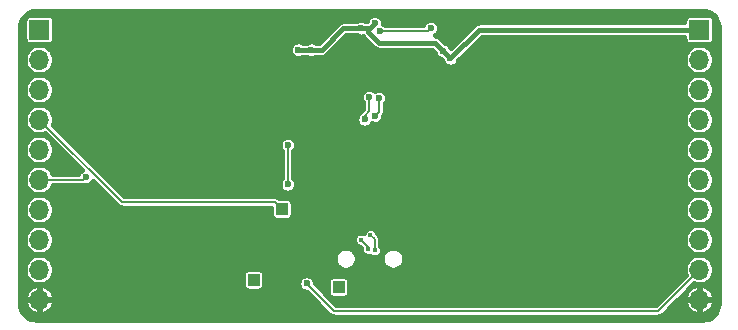
<source format=gtl>
G04 #@! TF.GenerationSoftware,KiCad,Pcbnew,5.1.5+dfsg1-2build2*
G04 #@! TF.CreationDate,2021-12-17T15:29:28+01:00*
G04 #@! TF.ProjectId,teebeutel_thermal_addon,74656562-6575-4746-956c-5f746865726d,rev?*
G04 #@! TF.SameCoordinates,Original*
G04 #@! TF.FileFunction,Copper,L1,Top*
G04 #@! TF.FilePolarity,Positive*
%FSLAX46Y46*%
G04 Gerber Fmt 4.6, Leading zero omitted, Abs format (unit mm)*
G04 Created by KiCad (PCBNEW 5.1.5+dfsg1-2build2) date 2021-12-17 15:29:28*
%MOMM*%
%LPD*%
G04 APERTURE LIST*
%ADD10R,1.000000X1.000000*%
%ADD11O,1.700000X1.700000*%
%ADD12R,1.700000X1.700000*%
%ADD13C,0.600000*%
%ADD14C,0.400000*%
%ADD15C,0.200000*%
%ADD16C,0.150000*%
%ADD17C,0.127000*%
%ADD18C,0.400000*%
G04 APERTURE END LIST*
D10*
X90200000Y-101200000D03*
X92600000Y-95200000D03*
X97400000Y-101800000D03*
D11*
X127940000Y-102860000D03*
X127940000Y-100320000D03*
X127940000Y-97780000D03*
X127940000Y-95240000D03*
X127940000Y-92700000D03*
X127940000Y-90160000D03*
X127940000Y-87620000D03*
X127940000Y-85080000D03*
X127940000Y-82540000D03*
D12*
X127940000Y-80000000D03*
D11*
X72060000Y-102860000D03*
X72060000Y-100320000D03*
X72060000Y-97780000D03*
X72060000Y-95240000D03*
X72060000Y-92700000D03*
X72060000Y-90160000D03*
X72060000Y-87620000D03*
X72060000Y-85080000D03*
X72060000Y-82540000D03*
D12*
X72060000Y-80000000D03*
D13*
X99350000Y-81750000D03*
X100650000Y-81750000D03*
X101825000Y-78475000D03*
X97360000Y-79140000D03*
X98100000Y-83500000D03*
X103550000Y-79250000D03*
X101470000Y-86530000D03*
X99255000Y-86855000D03*
X99300000Y-102000000D03*
X99900000Y-101000000D03*
X97100000Y-97000000D03*
X92800000Y-96800000D03*
X106750000Y-92250000D03*
X104530000Y-93670000D03*
X98900000Y-88300000D03*
X74000000Y-88000000D03*
X94500000Y-95500000D03*
X91000000Y-95250000D03*
X98750000Y-94250000D03*
X99000000Y-92500000D03*
X100750000Y-93500000D03*
X103250000Y-96750000D03*
X101750000Y-98250000D03*
X98250000Y-100500000D03*
X92000000Y-101500000D03*
X89250000Y-99250000D03*
X91250000Y-97250000D03*
X94500000Y-86500000D03*
X99250000Y-84000000D03*
X97000000Y-86250000D03*
X105250000Y-84000000D03*
X107000000Y-85250000D03*
X104250000Y-85750000D03*
X106000000Y-90000000D03*
X107500000Y-79750000D03*
X125500000Y-81500000D03*
X124750000Y-102250000D03*
X126250000Y-100750000D03*
X112500000Y-102800000D03*
X108700000Y-102800000D03*
X111100000Y-98000000D03*
X113900000Y-97900000D03*
X116700000Y-95000000D03*
X116900000Y-97800000D03*
X119500000Y-97500000D03*
X125100000Y-97500000D03*
X125100000Y-94200000D03*
X119600000Y-94000000D03*
X108500000Y-88100000D03*
X108700000Y-85900000D03*
X114300000Y-87200000D03*
X86100000Y-87800000D03*
X88600000Y-87900000D03*
X84000000Y-94000000D03*
X81000000Y-94000000D03*
X84000000Y-95500000D03*
X81000000Y-95500000D03*
X77500000Y-94000000D03*
X77500000Y-92000000D03*
X81000000Y-92000000D03*
X84000000Y-92000000D03*
X84000000Y-89000000D03*
X81000000Y-89000000D03*
X77500000Y-89000000D03*
X74000000Y-85500000D03*
X74000000Y-90500000D03*
X89000000Y-95500000D03*
X89000000Y-94000000D03*
X99000000Y-103000000D03*
X95000000Y-103000000D03*
X87000000Y-99500000D03*
X84500000Y-99500000D03*
X100000000Y-85700000D03*
X99600000Y-87600000D03*
X76000000Y-92500000D03*
X100800000Y-85800000D03*
X100500000Y-87300000D03*
D14*
X100100000Y-97400000D03*
X100472990Y-98700000D03*
D13*
X100450002Y-79449998D03*
X99300000Y-79900000D03*
X106215000Y-81785000D03*
X106865000Y-82435000D03*
X95100000Y-81700000D03*
X94000000Y-81700000D03*
X93100000Y-93100000D03*
X93100000Y-89800000D03*
X100892690Y-80150000D03*
X105200000Y-79900000D03*
X94700000Y-101500000D03*
D14*
X99299990Y-97800000D03*
X99900000Y-98600000D03*
D15*
X99600000Y-87300000D02*
X99600000Y-87600000D01*
X100000000Y-86900000D02*
X99600000Y-87300000D01*
X100000000Y-85700000D02*
X100000000Y-86900000D01*
X72300000Y-92700000D02*
X72060000Y-92700000D01*
D16*
X75800000Y-92700000D02*
X76000000Y-92500000D01*
X72060000Y-92700000D02*
X75800000Y-92700000D01*
D15*
X100800000Y-87000000D02*
X100500000Y-87300000D01*
X100800000Y-85800000D02*
X100800000Y-87000000D01*
D17*
X100100000Y-97400000D02*
X100472990Y-97772990D01*
X100472990Y-97772990D02*
X100472990Y-98700000D01*
D16*
X92000000Y-94600000D02*
X92600000Y-95200000D01*
X79040000Y-94600000D02*
X92000000Y-94600000D01*
X72060000Y-87620000D02*
X79040000Y-94600000D01*
D18*
X106865000Y-82435000D02*
X105530000Y-81100000D01*
X105530000Y-81100000D02*
X100800000Y-81100000D01*
X100800000Y-81100000D02*
X99900000Y-80200000D01*
X99900000Y-80000000D02*
X100450002Y-79449998D01*
X99900000Y-80200000D02*
X99900000Y-80000000D01*
X96000000Y-81700000D02*
X95100000Y-81700000D01*
X97800000Y-79900000D02*
X96000000Y-81700000D01*
X99800000Y-79900000D02*
X97800000Y-79900000D01*
X99900000Y-80000000D02*
X99800000Y-79900000D01*
X94000000Y-81700000D02*
X96000000Y-81700000D01*
X109300000Y-80000000D02*
X106865000Y-82435000D01*
X127940000Y-80000000D02*
X109300000Y-80000000D01*
D16*
X93100000Y-93100000D02*
X93100000Y-89800000D01*
D15*
X104950000Y-80150000D02*
X105200000Y-79900000D01*
X100892690Y-80150000D02*
X104950000Y-80150000D01*
X124460000Y-103800000D02*
X97000000Y-103800000D01*
X97000000Y-103800000D02*
X94999999Y-101799999D01*
X127940000Y-100320000D02*
X124460000Y-103800000D01*
X94999999Y-101799999D02*
X94700000Y-101500000D01*
D17*
X99900000Y-98400010D02*
X99900000Y-98600000D01*
X99299990Y-97800000D02*
X99900000Y-98400010D01*
D18*
G36*
X128506964Y-78452234D02*
G01*
X128754144Y-78526862D01*
X128982113Y-78648075D01*
X129182206Y-78811266D01*
X129346784Y-79010207D01*
X129469591Y-79237334D01*
X129545941Y-79483979D01*
X129575000Y-79760466D01*
X129575001Y-103229201D01*
X129547766Y-103506966D01*
X129473140Y-103754140D01*
X129351924Y-103982114D01*
X129188734Y-104182206D01*
X128989793Y-104346784D01*
X128762666Y-104469591D01*
X128516021Y-104545941D01*
X128239534Y-104575000D01*
X71770789Y-104575000D01*
X71493034Y-104547766D01*
X71245860Y-104473140D01*
X71017886Y-104351924D01*
X70817794Y-104188734D01*
X70653216Y-103989793D01*
X70530409Y-103762666D01*
X70454059Y-103516021D01*
X70425000Y-103239534D01*
X70425000Y-103104771D01*
X70834199Y-103104771D01*
X70904795Y-103337500D01*
X71020148Y-103553694D01*
X71175461Y-103743230D01*
X71364767Y-103898824D01*
X71580790Y-104014497D01*
X71815229Y-104085803D01*
X72010000Y-104009002D01*
X72010000Y-102910000D01*
X72110000Y-102910000D01*
X72110000Y-104009002D01*
X72304771Y-104085803D01*
X72539210Y-104014497D01*
X72755233Y-103898824D01*
X72944539Y-103743230D01*
X73099852Y-103553694D01*
X73215205Y-103337500D01*
X73285801Y-103104771D01*
X73208913Y-102910000D01*
X72110000Y-102910000D01*
X72010000Y-102910000D01*
X70911087Y-102910000D01*
X70834199Y-103104771D01*
X70425000Y-103104771D01*
X70425000Y-102615229D01*
X70834199Y-102615229D01*
X70911087Y-102810000D01*
X72010000Y-102810000D01*
X72010000Y-101710998D01*
X72110000Y-101710998D01*
X72110000Y-102810000D01*
X73208913Y-102810000D01*
X73285801Y-102615229D01*
X73215205Y-102382500D01*
X73099852Y-102166306D01*
X72944539Y-101976770D01*
X72755233Y-101821176D01*
X72539210Y-101705503D01*
X72304771Y-101634197D01*
X72110000Y-101710998D01*
X72010000Y-101710998D01*
X71815229Y-101634197D01*
X71580790Y-101705503D01*
X71364767Y-101821176D01*
X71175461Y-101976770D01*
X71020148Y-102166306D01*
X70904795Y-102382500D01*
X70834199Y-102615229D01*
X70425000Y-102615229D01*
X70425000Y-100196886D01*
X70810000Y-100196886D01*
X70810000Y-100443114D01*
X70858037Y-100684611D01*
X70952265Y-100912097D01*
X71089062Y-101116828D01*
X71263172Y-101290938D01*
X71467903Y-101427735D01*
X71695389Y-101521963D01*
X71936886Y-101570000D01*
X72183114Y-101570000D01*
X72424611Y-101521963D01*
X72652097Y-101427735D01*
X72856828Y-101290938D01*
X73030938Y-101116828D01*
X73167735Y-100912097D01*
X73255588Y-100700000D01*
X89298065Y-100700000D01*
X89298065Y-101700000D01*
X89305788Y-101778414D01*
X89328660Y-101853814D01*
X89365803Y-101923303D01*
X89415789Y-101984211D01*
X89476697Y-102034197D01*
X89546186Y-102071340D01*
X89621586Y-102094212D01*
X89700000Y-102101935D01*
X90700000Y-102101935D01*
X90778414Y-102094212D01*
X90853814Y-102071340D01*
X90923303Y-102034197D01*
X90984211Y-101984211D01*
X91034197Y-101923303D01*
X91071340Y-101853814D01*
X91094212Y-101778414D01*
X91101935Y-101700000D01*
X91101935Y-101431056D01*
X94000000Y-101431056D01*
X94000000Y-101568944D01*
X94026901Y-101704182D01*
X94079668Y-101831574D01*
X94156274Y-101946224D01*
X94253776Y-102043726D01*
X94368426Y-102120332D01*
X94495818Y-102173099D01*
X94631056Y-102200000D01*
X94692895Y-102200000D01*
X96629080Y-104136187D01*
X96644736Y-104155264D01*
X96720871Y-104217746D01*
X96807733Y-104264175D01*
X96891579Y-104289609D01*
X96901983Y-104292765D01*
X97000000Y-104302419D01*
X97024560Y-104300000D01*
X124435440Y-104300000D01*
X124460000Y-104302419D01*
X124484560Y-104300000D01*
X124558017Y-104292765D01*
X124652267Y-104264175D01*
X124739129Y-104217746D01*
X124815264Y-104155264D01*
X124830929Y-104136176D01*
X125862334Y-103104771D01*
X126714199Y-103104771D01*
X126784795Y-103337500D01*
X126900148Y-103553694D01*
X127055461Y-103743230D01*
X127244767Y-103898824D01*
X127460790Y-104014497D01*
X127695229Y-104085803D01*
X127890000Y-104009002D01*
X127890000Y-102910000D01*
X127990000Y-102910000D01*
X127990000Y-104009002D01*
X128184771Y-104085803D01*
X128419210Y-104014497D01*
X128635233Y-103898824D01*
X128824539Y-103743230D01*
X128979852Y-103553694D01*
X129095205Y-103337500D01*
X129165801Y-103104771D01*
X129088913Y-102910000D01*
X127990000Y-102910000D01*
X127890000Y-102910000D01*
X126791087Y-102910000D01*
X126714199Y-103104771D01*
X125862334Y-103104771D01*
X126351876Y-102615229D01*
X126714199Y-102615229D01*
X126791087Y-102810000D01*
X127890000Y-102810000D01*
X127890000Y-101710998D01*
X127990000Y-101710998D01*
X127990000Y-102810000D01*
X129088913Y-102810000D01*
X129165801Y-102615229D01*
X129095205Y-102382500D01*
X128979852Y-102166306D01*
X128824539Y-101976770D01*
X128635233Y-101821176D01*
X128419210Y-101705503D01*
X128184771Y-101634197D01*
X127990000Y-101710998D01*
X127890000Y-101710998D01*
X127695229Y-101634197D01*
X127460790Y-101705503D01*
X127244767Y-101821176D01*
X127055461Y-101976770D01*
X126900148Y-102166306D01*
X126784795Y-102382500D01*
X126714199Y-102615229D01*
X126351876Y-102615229D01*
X127483291Y-101483815D01*
X127575389Y-101521963D01*
X127816886Y-101570000D01*
X128063114Y-101570000D01*
X128304611Y-101521963D01*
X128532097Y-101427735D01*
X128736828Y-101290938D01*
X128910938Y-101116828D01*
X129047735Y-100912097D01*
X129141963Y-100684611D01*
X129190000Y-100443114D01*
X129190000Y-100196886D01*
X129141963Y-99955389D01*
X129047735Y-99727903D01*
X128910938Y-99523172D01*
X128736828Y-99349062D01*
X128532097Y-99212265D01*
X128304611Y-99118037D01*
X128063114Y-99070000D01*
X127816886Y-99070000D01*
X127575389Y-99118037D01*
X127347903Y-99212265D01*
X127143172Y-99349062D01*
X126969062Y-99523172D01*
X126832265Y-99727903D01*
X126738037Y-99955389D01*
X126690000Y-100196886D01*
X126690000Y-100443114D01*
X126738037Y-100684611D01*
X126776185Y-100776709D01*
X124252895Y-103300000D01*
X97207107Y-103300000D01*
X95400000Y-101492895D01*
X95400000Y-101431056D01*
X95373931Y-101300000D01*
X96498065Y-101300000D01*
X96498065Y-102300000D01*
X96505788Y-102378414D01*
X96528660Y-102453814D01*
X96565803Y-102523303D01*
X96615789Y-102584211D01*
X96676697Y-102634197D01*
X96746186Y-102671340D01*
X96821586Y-102694212D01*
X96900000Y-102701935D01*
X97900000Y-102701935D01*
X97978414Y-102694212D01*
X98053814Y-102671340D01*
X98123303Y-102634197D01*
X98184211Y-102584211D01*
X98234197Y-102523303D01*
X98271340Y-102453814D01*
X98294212Y-102378414D01*
X98301935Y-102300000D01*
X98301935Y-101300000D01*
X98294212Y-101221586D01*
X98271340Y-101146186D01*
X98234197Y-101076697D01*
X98184211Y-101015789D01*
X98123303Y-100965803D01*
X98053814Y-100928660D01*
X97978414Y-100905788D01*
X97900000Y-100898065D01*
X96900000Y-100898065D01*
X96821586Y-100905788D01*
X96746186Y-100928660D01*
X96676697Y-100965803D01*
X96615789Y-101015789D01*
X96565803Y-101076697D01*
X96528660Y-101146186D01*
X96505788Y-101221586D01*
X96498065Y-101300000D01*
X95373931Y-101300000D01*
X95373099Y-101295818D01*
X95320332Y-101168426D01*
X95243726Y-101053776D01*
X95146224Y-100956274D01*
X95031574Y-100879668D01*
X94904182Y-100826901D01*
X94768944Y-100800000D01*
X94631056Y-100800000D01*
X94495818Y-100826901D01*
X94368426Y-100879668D01*
X94253776Y-100956274D01*
X94156274Y-101053776D01*
X94079668Y-101168426D01*
X94026901Y-101295818D01*
X94000000Y-101431056D01*
X91101935Y-101431056D01*
X91101935Y-100700000D01*
X91094212Y-100621586D01*
X91071340Y-100546186D01*
X91034197Y-100476697D01*
X90984211Y-100415789D01*
X90923303Y-100365803D01*
X90853814Y-100328660D01*
X90778414Y-100305788D01*
X90700000Y-100298065D01*
X89700000Y-100298065D01*
X89621586Y-100305788D01*
X89546186Y-100328660D01*
X89476697Y-100365803D01*
X89415789Y-100415789D01*
X89365803Y-100476697D01*
X89328660Y-100546186D01*
X89305788Y-100621586D01*
X89298065Y-100700000D01*
X73255588Y-100700000D01*
X73261963Y-100684611D01*
X73310000Y-100443114D01*
X73310000Y-100196886D01*
X73261963Y-99955389D01*
X73167735Y-99727903D01*
X73030938Y-99523172D01*
X72856828Y-99349062D01*
X72794438Y-99307374D01*
X97059550Y-99307374D01*
X97059550Y-99492626D01*
X97095691Y-99674319D01*
X97166584Y-99845470D01*
X97269505Y-99999502D01*
X97400498Y-100130495D01*
X97554530Y-100233416D01*
X97725681Y-100304309D01*
X97907374Y-100340450D01*
X98092626Y-100340450D01*
X98274319Y-100304309D01*
X98445470Y-100233416D01*
X98599502Y-100130495D01*
X98730495Y-99999502D01*
X98833416Y-99845470D01*
X98904309Y-99674319D01*
X98940450Y-99492626D01*
X98940450Y-99307374D01*
X101059550Y-99307374D01*
X101059550Y-99492626D01*
X101095691Y-99674319D01*
X101166584Y-99845470D01*
X101269505Y-99999502D01*
X101400498Y-100130495D01*
X101554530Y-100233416D01*
X101725681Y-100304309D01*
X101907374Y-100340450D01*
X102092626Y-100340450D01*
X102274319Y-100304309D01*
X102445470Y-100233416D01*
X102599502Y-100130495D01*
X102730495Y-99999502D01*
X102833416Y-99845470D01*
X102904309Y-99674319D01*
X102940450Y-99492626D01*
X102940450Y-99307374D01*
X102904309Y-99125681D01*
X102833416Y-98954530D01*
X102730495Y-98800498D01*
X102599502Y-98669505D01*
X102445470Y-98566584D01*
X102274319Y-98495691D01*
X102092626Y-98459550D01*
X101907374Y-98459550D01*
X101725681Y-98495691D01*
X101554530Y-98566584D01*
X101400498Y-98669505D01*
X101269505Y-98800498D01*
X101166584Y-98954530D01*
X101095691Y-99125681D01*
X101059550Y-99307374D01*
X98940450Y-99307374D01*
X98904309Y-99125681D01*
X98833416Y-98954530D01*
X98730495Y-98800498D01*
X98599502Y-98669505D01*
X98445470Y-98566584D01*
X98274319Y-98495691D01*
X98092626Y-98459550D01*
X97907374Y-98459550D01*
X97725681Y-98495691D01*
X97554530Y-98566584D01*
X97400498Y-98669505D01*
X97269505Y-98800498D01*
X97166584Y-98954530D01*
X97095691Y-99125681D01*
X97059550Y-99307374D01*
X72794438Y-99307374D01*
X72652097Y-99212265D01*
X72424611Y-99118037D01*
X72183114Y-99070000D01*
X71936886Y-99070000D01*
X71695389Y-99118037D01*
X71467903Y-99212265D01*
X71263172Y-99349062D01*
X71089062Y-99523172D01*
X70952265Y-99727903D01*
X70858037Y-99955389D01*
X70810000Y-100196886D01*
X70425000Y-100196886D01*
X70425000Y-97656886D01*
X70810000Y-97656886D01*
X70810000Y-97903114D01*
X70858037Y-98144611D01*
X70952265Y-98372097D01*
X71089062Y-98576828D01*
X71263172Y-98750938D01*
X71467903Y-98887735D01*
X71695389Y-98981963D01*
X71936886Y-99030000D01*
X72183114Y-99030000D01*
X72424611Y-98981963D01*
X72652097Y-98887735D01*
X72856828Y-98750938D01*
X73030938Y-98576828D01*
X73167735Y-98372097D01*
X73261963Y-98144611D01*
X73310000Y-97903114D01*
X73310000Y-97740905D01*
X98699990Y-97740905D01*
X98699990Y-97859095D01*
X98723048Y-97975014D01*
X98768277Y-98084207D01*
X98833940Y-98182478D01*
X98917512Y-98266050D01*
X99015783Y-98331713D01*
X99124976Y-98376942D01*
X99240895Y-98400000D01*
X99244503Y-98400000D01*
X99314170Y-98469668D01*
X99300000Y-98540905D01*
X99300000Y-98659095D01*
X99323058Y-98775014D01*
X99368287Y-98884207D01*
X99433950Y-98982478D01*
X99517522Y-99066050D01*
X99615793Y-99131713D01*
X99724986Y-99176942D01*
X99840905Y-99200000D01*
X99959095Y-99200000D01*
X100075014Y-99176942D01*
X100094644Y-99168811D01*
X100188783Y-99231713D01*
X100297976Y-99276942D01*
X100413895Y-99300000D01*
X100532085Y-99300000D01*
X100648004Y-99276942D01*
X100757197Y-99231713D01*
X100855468Y-99166050D01*
X100939040Y-99082478D01*
X101004703Y-98984207D01*
X101049932Y-98875014D01*
X101072990Y-98759095D01*
X101072990Y-98640905D01*
X101049932Y-98524986D01*
X101004703Y-98415793D01*
X100939040Y-98317522D01*
X100936490Y-98314972D01*
X100936490Y-97795744D01*
X100938731Y-97772990D01*
X100936490Y-97750236D01*
X100936490Y-97750226D01*
X100929783Y-97682128D01*
X100922127Y-97656886D01*
X126690000Y-97656886D01*
X126690000Y-97903114D01*
X126738037Y-98144611D01*
X126832265Y-98372097D01*
X126969062Y-98576828D01*
X127143172Y-98750938D01*
X127347903Y-98887735D01*
X127575389Y-98981963D01*
X127816886Y-99030000D01*
X128063114Y-99030000D01*
X128304611Y-98981963D01*
X128532097Y-98887735D01*
X128736828Y-98750938D01*
X128910938Y-98576828D01*
X129047735Y-98372097D01*
X129141963Y-98144611D01*
X129190000Y-97903114D01*
X129190000Y-97656886D01*
X129141963Y-97415389D01*
X129047735Y-97187903D01*
X128910938Y-96983172D01*
X128736828Y-96809062D01*
X128532097Y-96672265D01*
X128304611Y-96578037D01*
X128063114Y-96530000D01*
X127816886Y-96530000D01*
X127575389Y-96578037D01*
X127347903Y-96672265D01*
X127143172Y-96809062D01*
X126969062Y-96983172D01*
X126832265Y-97187903D01*
X126738037Y-97415389D01*
X126690000Y-97656886D01*
X100922127Y-97656886D01*
X100903280Y-97594758D01*
X100860240Y-97514238D01*
X100824486Y-97470671D01*
X100816830Y-97461342D01*
X100816827Y-97461339D01*
X100802319Y-97443661D01*
X100784642Y-97429154D01*
X100700000Y-97344512D01*
X100700000Y-97340905D01*
X100676942Y-97224986D01*
X100631713Y-97115793D01*
X100566050Y-97017522D01*
X100482478Y-96933950D01*
X100384207Y-96868287D01*
X100275014Y-96823058D01*
X100159095Y-96800000D01*
X100040905Y-96800000D01*
X99924986Y-96823058D01*
X99815793Y-96868287D01*
X99717522Y-96933950D01*
X99633950Y-97017522D01*
X99568287Y-97115793D01*
X99523058Y-97224986D01*
X99519754Y-97241594D01*
X99475004Y-97223058D01*
X99359085Y-97200000D01*
X99240895Y-97200000D01*
X99124976Y-97223058D01*
X99015783Y-97268287D01*
X98917512Y-97333950D01*
X98833940Y-97417522D01*
X98768277Y-97515793D01*
X98723048Y-97624986D01*
X98699990Y-97740905D01*
X73310000Y-97740905D01*
X73310000Y-97656886D01*
X73261963Y-97415389D01*
X73167735Y-97187903D01*
X73030938Y-96983172D01*
X72856828Y-96809062D01*
X72652097Y-96672265D01*
X72424611Y-96578037D01*
X72183114Y-96530000D01*
X71936886Y-96530000D01*
X71695389Y-96578037D01*
X71467903Y-96672265D01*
X71263172Y-96809062D01*
X71089062Y-96983172D01*
X70952265Y-97187903D01*
X70858037Y-97415389D01*
X70810000Y-97656886D01*
X70425000Y-97656886D01*
X70425000Y-95116886D01*
X70810000Y-95116886D01*
X70810000Y-95363114D01*
X70858037Y-95604611D01*
X70952265Y-95832097D01*
X71089062Y-96036828D01*
X71263172Y-96210938D01*
X71467903Y-96347735D01*
X71695389Y-96441963D01*
X71936886Y-96490000D01*
X72183114Y-96490000D01*
X72424611Y-96441963D01*
X72652097Y-96347735D01*
X72856828Y-96210938D01*
X73030938Y-96036828D01*
X73167735Y-95832097D01*
X73261963Y-95604611D01*
X73310000Y-95363114D01*
X73310000Y-95116886D01*
X73261963Y-94875389D01*
X73167735Y-94647903D01*
X73030938Y-94443172D01*
X72856828Y-94269062D01*
X72652097Y-94132265D01*
X72424611Y-94038037D01*
X72183114Y-93990000D01*
X71936886Y-93990000D01*
X71695389Y-94038037D01*
X71467903Y-94132265D01*
X71263172Y-94269062D01*
X71089062Y-94443172D01*
X70952265Y-94647903D01*
X70858037Y-94875389D01*
X70810000Y-95116886D01*
X70425000Y-95116886D01*
X70425000Y-90036886D01*
X70810000Y-90036886D01*
X70810000Y-90283114D01*
X70858037Y-90524611D01*
X70952265Y-90752097D01*
X71089062Y-90956828D01*
X71263172Y-91130938D01*
X71467903Y-91267735D01*
X71695389Y-91361963D01*
X71936886Y-91410000D01*
X72183114Y-91410000D01*
X72424611Y-91361963D01*
X72652097Y-91267735D01*
X72856828Y-91130938D01*
X73030938Y-90956828D01*
X73167735Y-90752097D01*
X73261963Y-90524611D01*
X73310000Y-90283114D01*
X73310000Y-90036886D01*
X73261963Y-89795389D01*
X73167735Y-89567903D01*
X73030938Y-89363172D01*
X72856828Y-89189062D01*
X72652097Y-89052265D01*
X72424611Y-88958037D01*
X72183114Y-88910000D01*
X71936886Y-88910000D01*
X71695389Y-88958037D01*
X71467903Y-89052265D01*
X71263172Y-89189062D01*
X71089062Y-89363172D01*
X70952265Y-89567903D01*
X70858037Y-89795389D01*
X70810000Y-90036886D01*
X70425000Y-90036886D01*
X70425000Y-87496886D01*
X70810000Y-87496886D01*
X70810000Y-87743114D01*
X70858037Y-87984611D01*
X70952265Y-88212097D01*
X71089062Y-88416828D01*
X71263172Y-88590938D01*
X71467903Y-88727735D01*
X71695389Y-88821963D01*
X71936886Y-88870000D01*
X72183114Y-88870000D01*
X72424611Y-88821963D01*
X72541709Y-88773459D01*
X75656132Y-91887883D01*
X75553776Y-91956274D01*
X75456274Y-92053776D01*
X75379668Y-92168426D01*
X75356235Y-92225000D01*
X73216238Y-92225000D01*
X73167735Y-92107903D01*
X73030938Y-91903172D01*
X72856828Y-91729062D01*
X72652097Y-91592265D01*
X72424611Y-91498037D01*
X72183114Y-91450000D01*
X71936886Y-91450000D01*
X71695389Y-91498037D01*
X71467903Y-91592265D01*
X71263172Y-91729062D01*
X71089062Y-91903172D01*
X70952265Y-92107903D01*
X70858037Y-92335389D01*
X70810000Y-92576886D01*
X70810000Y-92823114D01*
X70858037Y-93064611D01*
X70952265Y-93292097D01*
X71089062Y-93496828D01*
X71263172Y-93670938D01*
X71467903Y-93807735D01*
X71695389Y-93901963D01*
X71936886Y-93950000D01*
X72183114Y-93950000D01*
X72424611Y-93901963D01*
X72652097Y-93807735D01*
X72856828Y-93670938D01*
X73030938Y-93496828D01*
X73167735Y-93292097D01*
X73216238Y-93175000D01*
X75776668Y-93175000D01*
X75800000Y-93177298D01*
X75811322Y-93176183D01*
X75931056Y-93200000D01*
X76068944Y-93200000D01*
X76204182Y-93173099D01*
X76331574Y-93120332D01*
X76446224Y-93043726D01*
X76543726Y-92946224D01*
X76612117Y-92843869D01*
X78687625Y-94919377D01*
X78702499Y-94937501D01*
X78774827Y-94996859D01*
X78857346Y-95040966D01*
X78946884Y-95068127D01*
X79040000Y-95077298D01*
X79063332Y-95075000D01*
X91698065Y-95075000D01*
X91698065Y-95700000D01*
X91705788Y-95778414D01*
X91728660Y-95853814D01*
X91765803Y-95923303D01*
X91815789Y-95984211D01*
X91876697Y-96034197D01*
X91946186Y-96071340D01*
X92021586Y-96094212D01*
X92100000Y-96101935D01*
X93100000Y-96101935D01*
X93178414Y-96094212D01*
X93253814Y-96071340D01*
X93323303Y-96034197D01*
X93384211Y-95984211D01*
X93434197Y-95923303D01*
X93471340Y-95853814D01*
X93494212Y-95778414D01*
X93501935Y-95700000D01*
X93501935Y-95116886D01*
X126690000Y-95116886D01*
X126690000Y-95363114D01*
X126738037Y-95604611D01*
X126832265Y-95832097D01*
X126969062Y-96036828D01*
X127143172Y-96210938D01*
X127347903Y-96347735D01*
X127575389Y-96441963D01*
X127816886Y-96490000D01*
X128063114Y-96490000D01*
X128304611Y-96441963D01*
X128532097Y-96347735D01*
X128736828Y-96210938D01*
X128910938Y-96036828D01*
X129047735Y-95832097D01*
X129141963Y-95604611D01*
X129190000Y-95363114D01*
X129190000Y-95116886D01*
X129141963Y-94875389D01*
X129047735Y-94647903D01*
X128910938Y-94443172D01*
X128736828Y-94269062D01*
X128532097Y-94132265D01*
X128304611Y-94038037D01*
X128063114Y-93990000D01*
X127816886Y-93990000D01*
X127575389Y-94038037D01*
X127347903Y-94132265D01*
X127143172Y-94269062D01*
X126969062Y-94443172D01*
X126832265Y-94647903D01*
X126738037Y-94875389D01*
X126690000Y-95116886D01*
X93501935Y-95116886D01*
X93501935Y-94700000D01*
X93494212Y-94621586D01*
X93471340Y-94546186D01*
X93434197Y-94476697D01*
X93384211Y-94415789D01*
X93323303Y-94365803D01*
X93253814Y-94328660D01*
X93178414Y-94305788D01*
X93100000Y-94298065D01*
X92369815Y-94298065D01*
X92352384Y-94280634D01*
X92337501Y-94262499D01*
X92265173Y-94203141D01*
X92182654Y-94159034D01*
X92093116Y-94131873D01*
X92023332Y-94125000D01*
X92000000Y-94122702D01*
X91976668Y-94125000D01*
X79236752Y-94125000D01*
X74842807Y-89731056D01*
X92400000Y-89731056D01*
X92400000Y-89868944D01*
X92426901Y-90004182D01*
X92479668Y-90131574D01*
X92556274Y-90246224D01*
X92625001Y-90314951D01*
X92625000Y-92585050D01*
X92556274Y-92653776D01*
X92479668Y-92768426D01*
X92426901Y-92895818D01*
X92400000Y-93031056D01*
X92400000Y-93168944D01*
X92426901Y-93304182D01*
X92479668Y-93431574D01*
X92556274Y-93546224D01*
X92653776Y-93643726D01*
X92768426Y-93720332D01*
X92895818Y-93773099D01*
X93031056Y-93800000D01*
X93168944Y-93800000D01*
X93304182Y-93773099D01*
X93431574Y-93720332D01*
X93546224Y-93643726D01*
X93643726Y-93546224D01*
X93720332Y-93431574D01*
X93773099Y-93304182D01*
X93800000Y-93168944D01*
X93800000Y-93031056D01*
X93773099Y-92895818D01*
X93720332Y-92768426D01*
X93643726Y-92653776D01*
X93575000Y-92585050D01*
X93575000Y-92576886D01*
X126690000Y-92576886D01*
X126690000Y-92823114D01*
X126738037Y-93064611D01*
X126832265Y-93292097D01*
X126969062Y-93496828D01*
X127143172Y-93670938D01*
X127347903Y-93807735D01*
X127575389Y-93901963D01*
X127816886Y-93950000D01*
X128063114Y-93950000D01*
X128304611Y-93901963D01*
X128532097Y-93807735D01*
X128736828Y-93670938D01*
X128910938Y-93496828D01*
X129047735Y-93292097D01*
X129141963Y-93064611D01*
X129190000Y-92823114D01*
X129190000Y-92576886D01*
X129141963Y-92335389D01*
X129047735Y-92107903D01*
X128910938Y-91903172D01*
X128736828Y-91729062D01*
X128532097Y-91592265D01*
X128304611Y-91498037D01*
X128063114Y-91450000D01*
X127816886Y-91450000D01*
X127575389Y-91498037D01*
X127347903Y-91592265D01*
X127143172Y-91729062D01*
X126969062Y-91903172D01*
X126832265Y-92107903D01*
X126738037Y-92335389D01*
X126690000Y-92576886D01*
X93575000Y-92576886D01*
X93575000Y-90314950D01*
X93643726Y-90246224D01*
X93720332Y-90131574D01*
X93759552Y-90036886D01*
X126690000Y-90036886D01*
X126690000Y-90283114D01*
X126738037Y-90524611D01*
X126832265Y-90752097D01*
X126969062Y-90956828D01*
X127143172Y-91130938D01*
X127347903Y-91267735D01*
X127575389Y-91361963D01*
X127816886Y-91410000D01*
X128063114Y-91410000D01*
X128304611Y-91361963D01*
X128532097Y-91267735D01*
X128736828Y-91130938D01*
X128910938Y-90956828D01*
X129047735Y-90752097D01*
X129141963Y-90524611D01*
X129190000Y-90283114D01*
X129190000Y-90036886D01*
X129141963Y-89795389D01*
X129047735Y-89567903D01*
X128910938Y-89363172D01*
X128736828Y-89189062D01*
X128532097Y-89052265D01*
X128304611Y-88958037D01*
X128063114Y-88910000D01*
X127816886Y-88910000D01*
X127575389Y-88958037D01*
X127347903Y-89052265D01*
X127143172Y-89189062D01*
X126969062Y-89363172D01*
X126832265Y-89567903D01*
X126738037Y-89795389D01*
X126690000Y-90036886D01*
X93759552Y-90036886D01*
X93773099Y-90004182D01*
X93800000Y-89868944D01*
X93800000Y-89731056D01*
X93773099Y-89595818D01*
X93720332Y-89468426D01*
X93643726Y-89353776D01*
X93546224Y-89256274D01*
X93431574Y-89179668D01*
X93304182Y-89126901D01*
X93168944Y-89100000D01*
X93031056Y-89100000D01*
X92895818Y-89126901D01*
X92768426Y-89179668D01*
X92653776Y-89256274D01*
X92556274Y-89353776D01*
X92479668Y-89468426D01*
X92426901Y-89595818D01*
X92400000Y-89731056D01*
X74842807Y-89731056D01*
X73213459Y-88101709D01*
X73261963Y-87984611D01*
X73310000Y-87743114D01*
X73310000Y-87531056D01*
X98900000Y-87531056D01*
X98900000Y-87668944D01*
X98926901Y-87804182D01*
X98979668Y-87931574D01*
X99056274Y-88046224D01*
X99153776Y-88143726D01*
X99268426Y-88220332D01*
X99395818Y-88273099D01*
X99531056Y-88300000D01*
X99668944Y-88300000D01*
X99804182Y-88273099D01*
X99931574Y-88220332D01*
X100046224Y-88143726D01*
X100143726Y-88046224D01*
X100214964Y-87939608D01*
X100295818Y-87973099D01*
X100431056Y-88000000D01*
X100568944Y-88000000D01*
X100704182Y-87973099D01*
X100831574Y-87920332D01*
X100946224Y-87843726D01*
X101043726Y-87746224D01*
X101120332Y-87631574D01*
X101173099Y-87504182D01*
X101174550Y-87496886D01*
X126690000Y-87496886D01*
X126690000Y-87743114D01*
X126738037Y-87984611D01*
X126832265Y-88212097D01*
X126969062Y-88416828D01*
X127143172Y-88590938D01*
X127347903Y-88727735D01*
X127575389Y-88821963D01*
X127816886Y-88870000D01*
X128063114Y-88870000D01*
X128304611Y-88821963D01*
X128532097Y-88727735D01*
X128736828Y-88590938D01*
X128910938Y-88416828D01*
X129047735Y-88212097D01*
X129141963Y-87984611D01*
X129190000Y-87743114D01*
X129190000Y-87496886D01*
X129141963Y-87255389D01*
X129047735Y-87027903D01*
X128910938Y-86823172D01*
X128736828Y-86649062D01*
X128532097Y-86512265D01*
X128304611Y-86418037D01*
X128063114Y-86370000D01*
X127816886Y-86370000D01*
X127575389Y-86418037D01*
X127347903Y-86512265D01*
X127143172Y-86649062D01*
X126969062Y-86823172D01*
X126832265Y-87027903D01*
X126738037Y-87255389D01*
X126690000Y-87496886D01*
X101174550Y-87496886D01*
X101200000Y-87368944D01*
X101200000Y-87300753D01*
X101217746Y-87279129D01*
X101264175Y-87192267D01*
X101292765Y-87098017D01*
X101300000Y-87024560D01*
X101300000Y-87024559D01*
X101302419Y-87000001D01*
X101300000Y-86975443D01*
X101300000Y-86289950D01*
X101343726Y-86246224D01*
X101420332Y-86131574D01*
X101473099Y-86004182D01*
X101500000Y-85868944D01*
X101500000Y-85731056D01*
X101473099Y-85595818D01*
X101420332Y-85468426D01*
X101343726Y-85353776D01*
X101246224Y-85256274D01*
X101131574Y-85179668D01*
X101004182Y-85126901D01*
X100868944Y-85100000D01*
X100731056Y-85100000D01*
X100595818Y-85126901D01*
X100469269Y-85179319D01*
X100446224Y-85156274D01*
X100331574Y-85079668D01*
X100204182Y-85026901D01*
X100068944Y-85000000D01*
X99931056Y-85000000D01*
X99795818Y-85026901D01*
X99668426Y-85079668D01*
X99553776Y-85156274D01*
X99456274Y-85253776D01*
X99379668Y-85368426D01*
X99326901Y-85495818D01*
X99300000Y-85631056D01*
X99300000Y-85768944D01*
X99326901Y-85904182D01*
X99379668Y-86031574D01*
X99456274Y-86146224D01*
X99500000Y-86189950D01*
X99500001Y-86692893D01*
X99263823Y-86929072D01*
X99244736Y-86944736D01*
X99182254Y-87020871D01*
X99168639Y-87046343D01*
X99153776Y-87056274D01*
X99056274Y-87153776D01*
X98979668Y-87268426D01*
X98926901Y-87395818D01*
X98900000Y-87531056D01*
X73310000Y-87531056D01*
X73310000Y-87496886D01*
X73261963Y-87255389D01*
X73167735Y-87027903D01*
X73030938Y-86823172D01*
X72856828Y-86649062D01*
X72652097Y-86512265D01*
X72424611Y-86418037D01*
X72183114Y-86370000D01*
X71936886Y-86370000D01*
X71695389Y-86418037D01*
X71467903Y-86512265D01*
X71263172Y-86649062D01*
X71089062Y-86823172D01*
X70952265Y-87027903D01*
X70858037Y-87255389D01*
X70810000Y-87496886D01*
X70425000Y-87496886D01*
X70425000Y-84956886D01*
X70810000Y-84956886D01*
X70810000Y-85203114D01*
X70858037Y-85444611D01*
X70952265Y-85672097D01*
X71089062Y-85876828D01*
X71263172Y-86050938D01*
X71467903Y-86187735D01*
X71695389Y-86281963D01*
X71936886Y-86330000D01*
X72183114Y-86330000D01*
X72424611Y-86281963D01*
X72652097Y-86187735D01*
X72856828Y-86050938D01*
X73030938Y-85876828D01*
X73167735Y-85672097D01*
X73261963Y-85444611D01*
X73310000Y-85203114D01*
X73310000Y-84956886D01*
X126690000Y-84956886D01*
X126690000Y-85203114D01*
X126738037Y-85444611D01*
X126832265Y-85672097D01*
X126969062Y-85876828D01*
X127143172Y-86050938D01*
X127347903Y-86187735D01*
X127575389Y-86281963D01*
X127816886Y-86330000D01*
X128063114Y-86330000D01*
X128304611Y-86281963D01*
X128532097Y-86187735D01*
X128736828Y-86050938D01*
X128910938Y-85876828D01*
X129047735Y-85672097D01*
X129141963Y-85444611D01*
X129190000Y-85203114D01*
X129190000Y-84956886D01*
X129141963Y-84715389D01*
X129047735Y-84487903D01*
X128910938Y-84283172D01*
X128736828Y-84109062D01*
X128532097Y-83972265D01*
X128304611Y-83878037D01*
X128063114Y-83830000D01*
X127816886Y-83830000D01*
X127575389Y-83878037D01*
X127347903Y-83972265D01*
X127143172Y-84109062D01*
X126969062Y-84283172D01*
X126832265Y-84487903D01*
X126738037Y-84715389D01*
X126690000Y-84956886D01*
X73310000Y-84956886D01*
X73261963Y-84715389D01*
X73167735Y-84487903D01*
X73030938Y-84283172D01*
X72856828Y-84109062D01*
X72652097Y-83972265D01*
X72424611Y-83878037D01*
X72183114Y-83830000D01*
X71936886Y-83830000D01*
X71695389Y-83878037D01*
X71467903Y-83972265D01*
X71263172Y-84109062D01*
X71089062Y-84283172D01*
X70952265Y-84487903D01*
X70858037Y-84715389D01*
X70810000Y-84956886D01*
X70425000Y-84956886D01*
X70425000Y-82416886D01*
X70810000Y-82416886D01*
X70810000Y-82663114D01*
X70858037Y-82904611D01*
X70952265Y-83132097D01*
X71089062Y-83336828D01*
X71263172Y-83510938D01*
X71467903Y-83647735D01*
X71695389Y-83741963D01*
X71936886Y-83790000D01*
X72183114Y-83790000D01*
X72424611Y-83741963D01*
X72652097Y-83647735D01*
X72856828Y-83510938D01*
X73030938Y-83336828D01*
X73167735Y-83132097D01*
X73261963Y-82904611D01*
X73310000Y-82663114D01*
X73310000Y-82416886D01*
X73261963Y-82175389D01*
X73167735Y-81947903D01*
X73030938Y-81743172D01*
X72918822Y-81631056D01*
X93300000Y-81631056D01*
X93300000Y-81768944D01*
X93326901Y-81904182D01*
X93379668Y-82031574D01*
X93456274Y-82146224D01*
X93553776Y-82243726D01*
X93668426Y-82320332D01*
X93795818Y-82373099D01*
X93931056Y-82400000D01*
X94068944Y-82400000D01*
X94204182Y-82373099D01*
X94331574Y-82320332D01*
X94362003Y-82300000D01*
X94737997Y-82300000D01*
X94768426Y-82320332D01*
X94895818Y-82373099D01*
X95031056Y-82400000D01*
X95168944Y-82400000D01*
X95304182Y-82373099D01*
X95431574Y-82320332D01*
X95462003Y-82300000D01*
X95970526Y-82300000D01*
X96000000Y-82302903D01*
X96029474Y-82300000D01*
X96117621Y-82291318D01*
X96230721Y-82257010D01*
X96334955Y-82201296D01*
X96426317Y-82126317D01*
X96445113Y-82103414D01*
X98048529Y-80500000D01*
X98937997Y-80500000D01*
X98968426Y-80520332D01*
X99095818Y-80573099D01*
X99231056Y-80600000D01*
X99368944Y-80600000D01*
X99440418Y-80585783D01*
X99473683Y-80626317D01*
X99496586Y-80645113D01*
X100354891Y-81503419D01*
X100373683Y-81526317D01*
X100465045Y-81601296D01*
X100569279Y-81657010D01*
X100682379Y-81691318D01*
X100799999Y-81702903D01*
X100829473Y-81700000D01*
X105281473Y-81700000D01*
X105534761Y-81953289D01*
X105541901Y-81989182D01*
X105594668Y-82116574D01*
X105671274Y-82231224D01*
X105768776Y-82328726D01*
X105883426Y-82405332D01*
X106010818Y-82458099D01*
X106046711Y-82465239D01*
X106184761Y-82603289D01*
X106191901Y-82639182D01*
X106244668Y-82766574D01*
X106321274Y-82881224D01*
X106418776Y-82978726D01*
X106533426Y-83055332D01*
X106660818Y-83108099D01*
X106796056Y-83135000D01*
X106933944Y-83135000D01*
X107069182Y-83108099D01*
X107196574Y-83055332D01*
X107311224Y-82978726D01*
X107408726Y-82881224D01*
X107485332Y-82766574D01*
X107538099Y-82639182D01*
X107545239Y-82603288D01*
X107731641Y-82416886D01*
X126690000Y-82416886D01*
X126690000Y-82663114D01*
X126738037Y-82904611D01*
X126832265Y-83132097D01*
X126969062Y-83336828D01*
X127143172Y-83510938D01*
X127347903Y-83647735D01*
X127575389Y-83741963D01*
X127816886Y-83790000D01*
X128063114Y-83790000D01*
X128304611Y-83741963D01*
X128532097Y-83647735D01*
X128736828Y-83510938D01*
X128910938Y-83336828D01*
X129047735Y-83132097D01*
X129141963Y-82904611D01*
X129190000Y-82663114D01*
X129190000Y-82416886D01*
X129141963Y-82175389D01*
X129047735Y-81947903D01*
X128910938Y-81743172D01*
X128736828Y-81569062D01*
X128532097Y-81432265D01*
X128304611Y-81338037D01*
X128063114Y-81290000D01*
X127816886Y-81290000D01*
X127575389Y-81338037D01*
X127347903Y-81432265D01*
X127143172Y-81569062D01*
X126969062Y-81743172D01*
X126832265Y-81947903D01*
X126738037Y-82175389D01*
X126690000Y-82416886D01*
X107731641Y-82416886D01*
X109548528Y-80600000D01*
X126688065Y-80600000D01*
X126688065Y-80850000D01*
X126695788Y-80928414D01*
X126718660Y-81003814D01*
X126755803Y-81073303D01*
X126805789Y-81134211D01*
X126866697Y-81184197D01*
X126936186Y-81221340D01*
X127011586Y-81244212D01*
X127090000Y-81251935D01*
X128790000Y-81251935D01*
X128868414Y-81244212D01*
X128943814Y-81221340D01*
X129013303Y-81184197D01*
X129074211Y-81134211D01*
X129124197Y-81073303D01*
X129161340Y-81003814D01*
X129184212Y-80928414D01*
X129191935Y-80850000D01*
X129191935Y-79150000D01*
X129184212Y-79071586D01*
X129161340Y-78996186D01*
X129124197Y-78926697D01*
X129074211Y-78865789D01*
X129013303Y-78815803D01*
X128943814Y-78778660D01*
X128868414Y-78755788D01*
X128790000Y-78748065D01*
X127090000Y-78748065D01*
X127011586Y-78755788D01*
X126936186Y-78778660D01*
X126866697Y-78815803D01*
X126805789Y-78865789D01*
X126755803Y-78926697D01*
X126718660Y-78996186D01*
X126695788Y-79071586D01*
X126688065Y-79150000D01*
X126688065Y-79400000D01*
X109329473Y-79400000D01*
X109299999Y-79397097D01*
X109197060Y-79407236D01*
X109182379Y-79408682D01*
X109069279Y-79442990D01*
X108965045Y-79498704D01*
X108873683Y-79573683D01*
X108854894Y-79596578D01*
X106882990Y-81568483D01*
X106835332Y-81453426D01*
X106758726Y-81338776D01*
X106661224Y-81241274D01*
X106546574Y-81164668D01*
X106419182Y-81111901D01*
X106383289Y-81104761D01*
X105975113Y-80696586D01*
X105956317Y-80673683D01*
X105864955Y-80598704D01*
X105760721Y-80542990D01*
X105647621Y-80508682D01*
X105561678Y-80500217D01*
X105646224Y-80443726D01*
X105743726Y-80346224D01*
X105820332Y-80231574D01*
X105873099Y-80104182D01*
X105900000Y-79968944D01*
X105900000Y-79831056D01*
X105873099Y-79695818D01*
X105820332Y-79568426D01*
X105743726Y-79453776D01*
X105646224Y-79356274D01*
X105531574Y-79279668D01*
X105404182Y-79226901D01*
X105268944Y-79200000D01*
X105131056Y-79200000D01*
X104995818Y-79226901D01*
X104868426Y-79279668D01*
X104753776Y-79356274D01*
X104656274Y-79453776D01*
X104579668Y-79568426D01*
X104545879Y-79650000D01*
X101382640Y-79650000D01*
X101338914Y-79606274D01*
X101224264Y-79529668D01*
X101150002Y-79498908D01*
X101150002Y-79381054D01*
X101123101Y-79245816D01*
X101070334Y-79118424D01*
X100993728Y-79003774D01*
X100896226Y-78906272D01*
X100781576Y-78829666D01*
X100654184Y-78776899D01*
X100518946Y-78749998D01*
X100381058Y-78749998D01*
X100245820Y-78776899D01*
X100118428Y-78829666D01*
X100003778Y-78906272D01*
X99906276Y-79003774D01*
X99829670Y-79118424D01*
X99776903Y-79245816D01*
X99769763Y-79281709D01*
X99751472Y-79300000D01*
X99662003Y-79300000D01*
X99631574Y-79279668D01*
X99504182Y-79226901D01*
X99368944Y-79200000D01*
X99231056Y-79200000D01*
X99095818Y-79226901D01*
X98968426Y-79279668D01*
X98937997Y-79300000D01*
X97829465Y-79300000D01*
X97799999Y-79297098D01*
X97770533Y-79300000D01*
X97770526Y-79300000D01*
X97693640Y-79307573D01*
X97682378Y-79308682D01*
X97648070Y-79319089D01*
X97569279Y-79342990D01*
X97465045Y-79398704D01*
X97373683Y-79473683D01*
X97354896Y-79496575D01*
X95751473Y-81100000D01*
X95462003Y-81100000D01*
X95431574Y-81079668D01*
X95304182Y-81026901D01*
X95168944Y-81000000D01*
X95031056Y-81000000D01*
X94895818Y-81026901D01*
X94768426Y-81079668D01*
X94737997Y-81100000D01*
X94362003Y-81100000D01*
X94331574Y-81079668D01*
X94204182Y-81026901D01*
X94068944Y-81000000D01*
X93931056Y-81000000D01*
X93795818Y-81026901D01*
X93668426Y-81079668D01*
X93553776Y-81156274D01*
X93456274Y-81253776D01*
X93379668Y-81368426D01*
X93326901Y-81495818D01*
X93300000Y-81631056D01*
X72918822Y-81631056D01*
X72856828Y-81569062D01*
X72652097Y-81432265D01*
X72424611Y-81338037D01*
X72183114Y-81290000D01*
X71936886Y-81290000D01*
X71695389Y-81338037D01*
X71467903Y-81432265D01*
X71263172Y-81569062D01*
X71089062Y-81743172D01*
X70952265Y-81947903D01*
X70858037Y-82175389D01*
X70810000Y-82416886D01*
X70425000Y-82416886D01*
X70425000Y-79770789D01*
X70452234Y-79493036D01*
X70526862Y-79245856D01*
X70577829Y-79150000D01*
X70808065Y-79150000D01*
X70808065Y-80850000D01*
X70815788Y-80928414D01*
X70838660Y-81003814D01*
X70875803Y-81073303D01*
X70925789Y-81134211D01*
X70986697Y-81184197D01*
X71056186Y-81221340D01*
X71131586Y-81244212D01*
X71210000Y-81251935D01*
X72910000Y-81251935D01*
X72988414Y-81244212D01*
X73063814Y-81221340D01*
X73133303Y-81184197D01*
X73194211Y-81134211D01*
X73244197Y-81073303D01*
X73281340Y-81003814D01*
X73304212Y-80928414D01*
X73311935Y-80850000D01*
X73311935Y-79150000D01*
X73304212Y-79071586D01*
X73281340Y-78996186D01*
X73244197Y-78926697D01*
X73194211Y-78865789D01*
X73133303Y-78815803D01*
X73063814Y-78778660D01*
X72988414Y-78755788D01*
X72910000Y-78748065D01*
X71210000Y-78748065D01*
X71131586Y-78755788D01*
X71056186Y-78778660D01*
X70986697Y-78815803D01*
X70925789Y-78865789D01*
X70875803Y-78926697D01*
X70838660Y-78996186D01*
X70815788Y-79071586D01*
X70808065Y-79150000D01*
X70577829Y-79150000D01*
X70648075Y-79017887D01*
X70811266Y-78817794D01*
X71010207Y-78653216D01*
X71237334Y-78530409D01*
X71483979Y-78454059D01*
X71760466Y-78425000D01*
X128229211Y-78425000D01*
X128506964Y-78452234D01*
G37*
X128506964Y-78452234D02*
X128754144Y-78526862D01*
X128982113Y-78648075D01*
X129182206Y-78811266D01*
X129346784Y-79010207D01*
X129469591Y-79237334D01*
X129545941Y-79483979D01*
X129575000Y-79760466D01*
X129575001Y-103229201D01*
X129547766Y-103506966D01*
X129473140Y-103754140D01*
X129351924Y-103982114D01*
X129188734Y-104182206D01*
X128989793Y-104346784D01*
X128762666Y-104469591D01*
X128516021Y-104545941D01*
X128239534Y-104575000D01*
X71770789Y-104575000D01*
X71493034Y-104547766D01*
X71245860Y-104473140D01*
X71017886Y-104351924D01*
X70817794Y-104188734D01*
X70653216Y-103989793D01*
X70530409Y-103762666D01*
X70454059Y-103516021D01*
X70425000Y-103239534D01*
X70425000Y-103104771D01*
X70834199Y-103104771D01*
X70904795Y-103337500D01*
X71020148Y-103553694D01*
X71175461Y-103743230D01*
X71364767Y-103898824D01*
X71580790Y-104014497D01*
X71815229Y-104085803D01*
X72010000Y-104009002D01*
X72010000Y-102910000D01*
X72110000Y-102910000D01*
X72110000Y-104009002D01*
X72304771Y-104085803D01*
X72539210Y-104014497D01*
X72755233Y-103898824D01*
X72944539Y-103743230D01*
X73099852Y-103553694D01*
X73215205Y-103337500D01*
X73285801Y-103104771D01*
X73208913Y-102910000D01*
X72110000Y-102910000D01*
X72010000Y-102910000D01*
X70911087Y-102910000D01*
X70834199Y-103104771D01*
X70425000Y-103104771D01*
X70425000Y-102615229D01*
X70834199Y-102615229D01*
X70911087Y-102810000D01*
X72010000Y-102810000D01*
X72010000Y-101710998D01*
X72110000Y-101710998D01*
X72110000Y-102810000D01*
X73208913Y-102810000D01*
X73285801Y-102615229D01*
X73215205Y-102382500D01*
X73099852Y-102166306D01*
X72944539Y-101976770D01*
X72755233Y-101821176D01*
X72539210Y-101705503D01*
X72304771Y-101634197D01*
X72110000Y-101710998D01*
X72010000Y-101710998D01*
X71815229Y-101634197D01*
X71580790Y-101705503D01*
X71364767Y-101821176D01*
X71175461Y-101976770D01*
X71020148Y-102166306D01*
X70904795Y-102382500D01*
X70834199Y-102615229D01*
X70425000Y-102615229D01*
X70425000Y-100196886D01*
X70810000Y-100196886D01*
X70810000Y-100443114D01*
X70858037Y-100684611D01*
X70952265Y-100912097D01*
X71089062Y-101116828D01*
X71263172Y-101290938D01*
X71467903Y-101427735D01*
X71695389Y-101521963D01*
X71936886Y-101570000D01*
X72183114Y-101570000D01*
X72424611Y-101521963D01*
X72652097Y-101427735D01*
X72856828Y-101290938D01*
X73030938Y-101116828D01*
X73167735Y-100912097D01*
X73255588Y-100700000D01*
X89298065Y-100700000D01*
X89298065Y-101700000D01*
X89305788Y-101778414D01*
X89328660Y-101853814D01*
X89365803Y-101923303D01*
X89415789Y-101984211D01*
X89476697Y-102034197D01*
X89546186Y-102071340D01*
X89621586Y-102094212D01*
X89700000Y-102101935D01*
X90700000Y-102101935D01*
X90778414Y-102094212D01*
X90853814Y-102071340D01*
X90923303Y-102034197D01*
X90984211Y-101984211D01*
X91034197Y-101923303D01*
X91071340Y-101853814D01*
X91094212Y-101778414D01*
X91101935Y-101700000D01*
X91101935Y-101431056D01*
X94000000Y-101431056D01*
X94000000Y-101568944D01*
X94026901Y-101704182D01*
X94079668Y-101831574D01*
X94156274Y-101946224D01*
X94253776Y-102043726D01*
X94368426Y-102120332D01*
X94495818Y-102173099D01*
X94631056Y-102200000D01*
X94692895Y-102200000D01*
X96629080Y-104136187D01*
X96644736Y-104155264D01*
X96720871Y-104217746D01*
X96807733Y-104264175D01*
X96891579Y-104289609D01*
X96901983Y-104292765D01*
X97000000Y-104302419D01*
X97024560Y-104300000D01*
X124435440Y-104300000D01*
X124460000Y-104302419D01*
X124484560Y-104300000D01*
X124558017Y-104292765D01*
X124652267Y-104264175D01*
X124739129Y-104217746D01*
X124815264Y-104155264D01*
X124830929Y-104136176D01*
X125862334Y-103104771D01*
X126714199Y-103104771D01*
X126784795Y-103337500D01*
X126900148Y-103553694D01*
X127055461Y-103743230D01*
X127244767Y-103898824D01*
X127460790Y-104014497D01*
X127695229Y-104085803D01*
X127890000Y-104009002D01*
X127890000Y-102910000D01*
X127990000Y-102910000D01*
X127990000Y-104009002D01*
X128184771Y-104085803D01*
X128419210Y-104014497D01*
X128635233Y-103898824D01*
X128824539Y-103743230D01*
X128979852Y-103553694D01*
X129095205Y-103337500D01*
X129165801Y-103104771D01*
X129088913Y-102910000D01*
X127990000Y-102910000D01*
X127890000Y-102910000D01*
X126791087Y-102910000D01*
X126714199Y-103104771D01*
X125862334Y-103104771D01*
X126351876Y-102615229D01*
X126714199Y-102615229D01*
X126791087Y-102810000D01*
X127890000Y-102810000D01*
X127890000Y-101710998D01*
X127990000Y-101710998D01*
X127990000Y-102810000D01*
X129088913Y-102810000D01*
X129165801Y-102615229D01*
X129095205Y-102382500D01*
X128979852Y-102166306D01*
X128824539Y-101976770D01*
X128635233Y-101821176D01*
X128419210Y-101705503D01*
X128184771Y-101634197D01*
X127990000Y-101710998D01*
X127890000Y-101710998D01*
X127695229Y-101634197D01*
X127460790Y-101705503D01*
X127244767Y-101821176D01*
X127055461Y-101976770D01*
X126900148Y-102166306D01*
X126784795Y-102382500D01*
X126714199Y-102615229D01*
X126351876Y-102615229D01*
X127483291Y-101483815D01*
X127575389Y-101521963D01*
X127816886Y-101570000D01*
X128063114Y-101570000D01*
X128304611Y-101521963D01*
X128532097Y-101427735D01*
X128736828Y-101290938D01*
X128910938Y-101116828D01*
X129047735Y-100912097D01*
X129141963Y-100684611D01*
X129190000Y-100443114D01*
X129190000Y-100196886D01*
X129141963Y-99955389D01*
X129047735Y-99727903D01*
X128910938Y-99523172D01*
X128736828Y-99349062D01*
X128532097Y-99212265D01*
X128304611Y-99118037D01*
X128063114Y-99070000D01*
X127816886Y-99070000D01*
X127575389Y-99118037D01*
X127347903Y-99212265D01*
X127143172Y-99349062D01*
X126969062Y-99523172D01*
X126832265Y-99727903D01*
X126738037Y-99955389D01*
X126690000Y-100196886D01*
X126690000Y-100443114D01*
X126738037Y-100684611D01*
X126776185Y-100776709D01*
X124252895Y-103300000D01*
X97207107Y-103300000D01*
X95400000Y-101492895D01*
X95400000Y-101431056D01*
X95373931Y-101300000D01*
X96498065Y-101300000D01*
X96498065Y-102300000D01*
X96505788Y-102378414D01*
X96528660Y-102453814D01*
X96565803Y-102523303D01*
X96615789Y-102584211D01*
X96676697Y-102634197D01*
X96746186Y-102671340D01*
X96821586Y-102694212D01*
X96900000Y-102701935D01*
X97900000Y-102701935D01*
X97978414Y-102694212D01*
X98053814Y-102671340D01*
X98123303Y-102634197D01*
X98184211Y-102584211D01*
X98234197Y-102523303D01*
X98271340Y-102453814D01*
X98294212Y-102378414D01*
X98301935Y-102300000D01*
X98301935Y-101300000D01*
X98294212Y-101221586D01*
X98271340Y-101146186D01*
X98234197Y-101076697D01*
X98184211Y-101015789D01*
X98123303Y-100965803D01*
X98053814Y-100928660D01*
X97978414Y-100905788D01*
X97900000Y-100898065D01*
X96900000Y-100898065D01*
X96821586Y-100905788D01*
X96746186Y-100928660D01*
X96676697Y-100965803D01*
X96615789Y-101015789D01*
X96565803Y-101076697D01*
X96528660Y-101146186D01*
X96505788Y-101221586D01*
X96498065Y-101300000D01*
X95373931Y-101300000D01*
X95373099Y-101295818D01*
X95320332Y-101168426D01*
X95243726Y-101053776D01*
X95146224Y-100956274D01*
X95031574Y-100879668D01*
X94904182Y-100826901D01*
X94768944Y-100800000D01*
X94631056Y-100800000D01*
X94495818Y-100826901D01*
X94368426Y-100879668D01*
X94253776Y-100956274D01*
X94156274Y-101053776D01*
X94079668Y-101168426D01*
X94026901Y-101295818D01*
X94000000Y-101431056D01*
X91101935Y-101431056D01*
X91101935Y-100700000D01*
X91094212Y-100621586D01*
X91071340Y-100546186D01*
X91034197Y-100476697D01*
X90984211Y-100415789D01*
X90923303Y-100365803D01*
X90853814Y-100328660D01*
X90778414Y-100305788D01*
X90700000Y-100298065D01*
X89700000Y-100298065D01*
X89621586Y-100305788D01*
X89546186Y-100328660D01*
X89476697Y-100365803D01*
X89415789Y-100415789D01*
X89365803Y-100476697D01*
X89328660Y-100546186D01*
X89305788Y-100621586D01*
X89298065Y-100700000D01*
X73255588Y-100700000D01*
X73261963Y-100684611D01*
X73310000Y-100443114D01*
X73310000Y-100196886D01*
X73261963Y-99955389D01*
X73167735Y-99727903D01*
X73030938Y-99523172D01*
X72856828Y-99349062D01*
X72794438Y-99307374D01*
X97059550Y-99307374D01*
X97059550Y-99492626D01*
X97095691Y-99674319D01*
X97166584Y-99845470D01*
X97269505Y-99999502D01*
X97400498Y-100130495D01*
X97554530Y-100233416D01*
X97725681Y-100304309D01*
X97907374Y-100340450D01*
X98092626Y-100340450D01*
X98274319Y-100304309D01*
X98445470Y-100233416D01*
X98599502Y-100130495D01*
X98730495Y-99999502D01*
X98833416Y-99845470D01*
X98904309Y-99674319D01*
X98940450Y-99492626D01*
X98940450Y-99307374D01*
X101059550Y-99307374D01*
X101059550Y-99492626D01*
X101095691Y-99674319D01*
X101166584Y-99845470D01*
X101269505Y-99999502D01*
X101400498Y-100130495D01*
X101554530Y-100233416D01*
X101725681Y-100304309D01*
X101907374Y-100340450D01*
X102092626Y-100340450D01*
X102274319Y-100304309D01*
X102445470Y-100233416D01*
X102599502Y-100130495D01*
X102730495Y-99999502D01*
X102833416Y-99845470D01*
X102904309Y-99674319D01*
X102940450Y-99492626D01*
X102940450Y-99307374D01*
X102904309Y-99125681D01*
X102833416Y-98954530D01*
X102730495Y-98800498D01*
X102599502Y-98669505D01*
X102445470Y-98566584D01*
X102274319Y-98495691D01*
X102092626Y-98459550D01*
X101907374Y-98459550D01*
X101725681Y-98495691D01*
X101554530Y-98566584D01*
X101400498Y-98669505D01*
X101269505Y-98800498D01*
X101166584Y-98954530D01*
X101095691Y-99125681D01*
X101059550Y-99307374D01*
X98940450Y-99307374D01*
X98904309Y-99125681D01*
X98833416Y-98954530D01*
X98730495Y-98800498D01*
X98599502Y-98669505D01*
X98445470Y-98566584D01*
X98274319Y-98495691D01*
X98092626Y-98459550D01*
X97907374Y-98459550D01*
X97725681Y-98495691D01*
X97554530Y-98566584D01*
X97400498Y-98669505D01*
X97269505Y-98800498D01*
X97166584Y-98954530D01*
X97095691Y-99125681D01*
X97059550Y-99307374D01*
X72794438Y-99307374D01*
X72652097Y-99212265D01*
X72424611Y-99118037D01*
X72183114Y-99070000D01*
X71936886Y-99070000D01*
X71695389Y-99118037D01*
X71467903Y-99212265D01*
X71263172Y-99349062D01*
X71089062Y-99523172D01*
X70952265Y-99727903D01*
X70858037Y-99955389D01*
X70810000Y-100196886D01*
X70425000Y-100196886D01*
X70425000Y-97656886D01*
X70810000Y-97656886D01*
X70810000Y-97903114D01*
X70858037Y-98144611D01*
X70952265Y-98372097D01*
X71089062Y-98576828D01*
X71263172Y-98750938D01*
X71467903Y-98887735D01*
X71695389Y-98981963D01*
X71936886Y-99030000D01*
X72183114Y-99030000D01*
X72424611Y-98981963D01*
X72652097Y-98887735D01*
X72856828Y-98750938D01*
X73030938Y-98576828D01*
X73167735Y-98372097D01*
X73261963Y-98144611D01*
X73310000Y-97903114D01*
X73310000Y-97740905D01*
X98699990Y-97740905D01*
X98699990Y-97859095D01*
X98723048Y-97975014D01*
X98768277Y-98084207D01*
X98833940Y-98182478D01*
X98917512Y-98266050D01*
X99015783Y-98331713D01*
X99124976Y-98376942D01*
X99240895Y-98400000D01*
X99244503Y-98400000D01*
X99314170Y-98469668D01*
X99300000Y-98540905D01*
X99300000Y-98659095D01*
X99323058Y-98775014D01*
X99368287Y-98884207D01*
X99433950Y-98982478D01*
X99517522Y-99066050D01*
X99615793Y-99131713D01*
X99724986Y-99176942D01*
X99840905Y-99200000D01*
X99959095Y-99200000D01*
X100075014Y-99176942D01*
X100094644Y-99168811D01*
X100188783Y-99231713D01*
X100297976Y-99276942D01*
X100413895Y-99300000D01*
X100532085Y-99300000D01*
X100648004Y-99276942D01*
X100757197Y-99231713D01*
X100855468Y-99166050D01*
X100939040Y-99082478D01*
X101004703Y-98984207D01*
X101049932Y-98875014D01*
X101072990Y-98759095D01*
X101072990Y-98640905D01*
X101049932Y-98524986D01*
X101004703Y-98415793D01*
X100939040Y-98317522D01*
X100936490Y-98314972D01*
X100936490Y-97795744D01*
X100938731Y-97772990D01*
X100936490Y-97750236D01*
X100936490Y-97750226D01*
X100929783Y-97682128D01*
X100922127Y-97656886D01*
X126690000Y-97656886D01*
X126690000Y-97903114D01*
X126738037Y-98144611D01*
X126832265Y-98372097D01*
X126969062Y-98576828D01*
X127143172Y-98750938D01*
X127347903Y-98887735D01*
X127575389Y-98981963D01*
X127816886Y-99030000D01*
X128063114Y-99030000D01*
X128304611Y-98981963D01*
X128532097Y-98887735D01*
X128736828Y-98750938D01*
X128910938Y-98576828D01*
X129047735Y-98372097D01*
X129141963Y-98144611D01*
X129190000Y-97903114D01*
X129190000Y-97656886D01*
X129141963Y-97415389D01*
X129047735Y-97187903D01*
X128910938Y-96983172D01*
X128736828Y-96809062D01*
X128532097Y-96672265D01*
X128304611Y-96578037D01*
X128063114Y-96530000D01*
X127816886Y-96530000D01*
X127575389Y-96578037D01*
X127347903Y-96672265D01*
X127143172Y-96809062D01*
X126969062Y-96983172D01*
X126832265Y-97187903D01*
X126738037Y-97415389D01*
X126690000Y-97656886D01*
X100922127Y-97656886D01*
X100903280Y-97594758D01*
X100860240Y-97514238D01*
X100824486Y-97470671D01*
X100816830Y-97461342D01*
X100816827Y-97461339D01*
X100802319Y-97443661D01*
X100784642Y-97429154D01*
X100700000Y-97344512D01*
X100700000Y-97340905D01*
X100676942Y-97224986D01*
X100631713Y-97115793D01*
X100566050Y-97017522D01*
X100482478Y-96933950D01*
X100384207Y-96868287D01*
X100275014Y-96823058D01*
X100159095Y-96800000D01*
X100040905Y-96800000D01*
X99924986Y-96823058D01*
X99815793Y-96868287D01*
X99717522Y-96933950D01*
X99633950Y-97017522D01*
X99568287Y-97115793D01*
X99523058Y-97224986D01*
X99519754Y-97241594D01*
X99475004Y-97223058D01*
X99359085Y-97200000D01*
X99240895Y-97200000D01*
X99124976Y-97223058D01*
X99015783Y-97268287D01*
X98917512Y-97333950D01*
X98833940Y-97417522D01*
X98768277Y-97515793D01*
X98723048Y-97624986D01*
X98699990Y-97740905D01*
X73310000Y-97740905D01*
X73310000Y-97656886D01*
X73261963Y-97415389D01*
X73167735Y-97187903D01*
X73030938Y-96983172D01*
X72856828Y-96809062D01*
X72652097Y-96672265D01*
X72424611Y-96578037D01*
X72183114Y-96530000D01*
X71936886Y-96530000D01*
X71695389Y-96578037D01*
X71467903Y-96672265D01*
X71263172Y-96809062D01*
X71089062Y-96983172D01*
X70952265Y-97187903D01*
X70858037Y-97415389D01*
X70810000Y-97656886D01*
X70425000Y-97656886D01*
X70425000Y-95116886D01*
X70810000Y-95116886D01*
X70810000Y-95363114D01*
X70858037Y-95604611D01*
X70952265Y-95832097D01*
X71089062Y-96036828D01*
X71263172Y-96210938D01*
X71467903Y-96347735D01*
X71695389Y-96441963D01*
X71936886Y-96490000D01*
X72183114Y-96490000D01*
X72424611Y-96441963D01*
X72652097Y-96347735D01*
X72856828Y-96210938D01*
X73030938Y-96036828D01*
X73167735Y-95832097D01*
X73261963Y-95604611D01*
X73310000Y-95363114D01*
X73310000Y-95116886D01*
X73261963Y-94875389D01*
X73167735Y-94647903D01*
X73030938Y-94443172D01*
X72856828Y-94269062D01*
X72652097Y-94132265D01*
X72424611Y-94038037D01*
X72183114Y-93990000D01*
X71936886Y-93990000D01*
X71695389Y-94038037D01*
X71467903Y-94132265D01*
X71263172Y-94269062D01*
X71089062Y-94443172D01*
X70952265Y-94647903D01*
X70858037Y-94875389D01*
X70810000Y-95116886D01*
X70425000Y-95116886D01*
X70425000Y-90036886D01*
X70810000Y-90036886D01*
X70810000Y-90283114D01*
X70858037Y-90524611D01*
X70952265Y-90752097D01*
X71089062Y-90956828D01*
X71263172Y-91130938D01*
X71467903Y-91267735D01*
X71695389Y-91361963D01*
X71936886Y-91410000D01*
X72183114Y-91410000D01*
X72424611Y-91361963D01*
X72652097Y-91267735D01*
X72856828Y-91130938D01*
X73030938Y-90956828D01*
X73167735Y-90752097D01*
X73261963Y-90524611D01*
X73310000Y-90283114D01*
X73310000Y-90036886D01*
X73261963Y-89795389D01*
X73167735Y-89567903D01*
X73030938Y-89363172D01*
X72856828Y-89189062D01*
X72652097Y-89052265D01*
X72424611Y-88958037D01*
X72183114Y-88910000D01*
X71936886Y-88910000D01*
X71695389Y-88958037D01*
X71467903Y-89052265D01*
X71263172Y-89189062D01*
X71089062Y-89363172D01*
X70952265Y-89567903D01*
X70858037Y-89795389D01*
X70810000Y-90036886D01*
X70425000Y-90036886D01*
X70425000Y-87496886D01*
X70810000Y-87496886D01*
X70810000Y-87743114D01*
X70858037Y-87984611D01*
X70952265Y-88212097D01*
X71089062Y-88416828D01*
X71263172Y-88590938D01*
X71467903Y-88727735D01*
X71695389Y-88821963D01*
X71936886Y-88870000D01*
X72183114Y-88870000D01*
X72424611Y-88821963D01*
X72541709Y-88773459D01*
X75656132Y-91887883D01*
X75553776Y-91956274D01*
X75456274Y-92053776D01*
X75379668Y-92168426D01*
X75356235Y-92225000D01*
X73216238Y-92225000D01*
X73167735Y-92107903D01*
X73030938Y-91903172D01*
X72856828Y-91729062D01*
X72652097Y-91592265D01*
X72424611Y-91498037D01*
X72183114Y-91450000D01*
X71936886Y-91450000D01*
X71695389Y-91498037D01*
X71467903Y-91592265D01*
X71263172Y-91729062D01*
X71089062Y-91903172D01*
X70952265Y-92107903D01*
X70858037Y-92335389D01*
X70810000Y-92576886D01*
X70810000Y-92823114D01*
X70858037Y-93064611D01*
X70952265Y-93292097D01*
X71089062Y-93496828D01*
X71263172Y-93670938D01*
X71467903Y-93807735D01*
X71695389Y-93901963D01*
X71936886Y-93950000D01*
X72183114Y-93950000D01*
X72424611Y-93901963D01*
X72652097Y-93807735D01*
X72856828Y-93670938D01*
X73030938Y-93496828D01*
X73167735Y-93292097D01*
X73216238Y-93175000D01*
X75776668Y-93175000D01*
X75800000Y-93177298D01*
X75811322Y-93176183D01*
X75931056Y-93200000D01*
X76068944Y-93200000D01*
X76204182Y-93173099D01*
X76331574Y-93120332D01*
X76446224Y-93043726D01*
X76543726Y-92946224D01*
X76612117Y-92843869D01*
X78687625Y-94919377D01*
X78702499Y-94937501D01*
X78774827Y-94996859D01*
X78857346Y-95040966D01*
X78946884Y-95068127D01*
X79040000Y-95077298D01*
X79063332Y-95075000D01*
X91698065Y-95075000D01*
X91698065Y-95700000D01*
X91705788Y-95778414D01*
X91728660Y-95853814D01*
X91765803Y-95923303D01*
X91815789Y-95984211D01*
X91876697Y-96034197D01*
X91946186Y-96071340D01*
X92021586Y-96094212D01*
X92100000Y-96101935D01*
X93100000Y-96101935D01*
X93178414Y-96094212D01*
X93253814Y-96071340D01*
X93323303Y-96034197D01*
X93384211Y-95984211D01*
X93434197Y-95923303D01*
X93471340Y-95853814D01*
X93494212Y-95778414D01*
X93501935Y-95700000D01*
X93501935Y-95116886D01*
X126690000Y-95116886D01*
X126690000Y-95363114D01*
X126738037Y-95604611D01*
X126832265Y-95832097D01*
X126969062Y-96036828D01*
X127143172Y-96210938D01*
X127347903Y-96347735D01*
X127575389Y-96441963D01*
X127816886Y-96490000D01*
X128063114Y-96490000D01*
X128304611Y-96441963D01*
X128532097Y-96347735D01*
X128736828Y-96210938D01*
X128910938Y-96036828D01*
X129047735Y-95832097D01*
X129141963Y-95604611D01*
X129190000Y-95363114D01*
X129190000Y-95116886D01*
X129141963Y-94875389D01*
X129047735Y-94647903D01*
X128910938Y-94443172D01*
X128736828Y-94269062D01*
X128532097Y-94132265D01*
X128304611Y-94038037D01*
X128063114Y-93990000D01*
X127816886Y-93990000D01*
X127575389Y-94038037D01*
X127347903Y-94132265D01*
X127143172Y-94269062D01*
X126969062Y-94443172D01*
X126832265Y-94647903D01*
X126738037Y-94875389D01*
X126690000Y-95116886D01*
X93501935Y-95116886D01*
X93501935Y-94700000D01*
X93494212Y-94621586D01*
X93471340Y-94546186D01*
X93434197Y-94476697D01*
X93384211Y-94415789D01*
X93323303Y-94365803D01*
X93253814Y-94328660D01*
X93178414Y-94305788D01*
X93100000Y-94298065D01*
X92369815Y-94298065D01*
X92352384Y-94280634D01*
X92337501Y-94262499D01*
X92265173Y-94203141D01*
X92182654Y-94159034D01*
X92093116Y-94131873D01*
X92023332Y-94125000D01*
X92000000Y-94122702D01*
X91976668Y-94125000D01*
X79236752Y-94125000D01*
X74842807Y-89731056D01*
X92400000Y-89731056D01*
X92400000Y-89868944D01*
X92426901Y-90004182D01*
X92479668Y-90131574D01*
X92556274Y-90246224D01*
X92625001Y-90314951D01*
X92625000Y-92585050D01*
X92556274Y-92653776D01*
X92479668Y-92768426D01*
X92426901Y-92895818D01*
X92400000Y-93031056D01*
X92400000Y-93168944D01*
X92426901Y-93304182D01*
X92479668Y-93431574D01*
X92556274Y-93546224D01*
X92653776Y-93643726D01*
X92768426Y-93720332D01*
X92895818Y-93773099D01*
X93031056Y-93800000D01*
X93168944Y-93800000D01*
X93304182Y-93773099D01*
X93431574Y-93720332D01*
X93546224Y-93643726D01*
X93643726Y-93546224D01*
X93720332Y-93431574D01*
X93773099Y-93304182D01*
X93800000Y-93168944D01*
X93800000Y-93031056D01*
X93773099Y-92895818D01*
X93720332Y-92768426D01*
X93643726Y-92653776D01*
X93575000Y-92585050D01*
X93575000Y-92576886D01*
X126690000Y-92576886D01*
X126690000Y-92823114D01*
X126738037Y-93064611D01*
X126832265Y-93292097D01*
X126969062Y-93496828D01*
X127143172Y-93670938D01*
X127347903Y-93807735D01*
X127575389Y-93901963D01*
X127816886Y-93950000D01*
X128063114Y-93950000D01*
X128304611Y-93901963D01*
X128532097Y-93807735D01*
X128736828Y-93670938D01*
X128910938Y-93496828D01*
X129047735Y-93292097D01*
X129141963Y-93064611D01*
X129190000Y-92823114D01*
X129190000Y-92576886D01*
X129141963Y-92335389D01*
X129047735Y-92107903D01*
X128910938Y-91903172D01*
X128736828Y-91729062D01*
X128532097Y-91592265D01*
X128304611Y-91498037D01*
X128063114Y-91450000D01*
X127816886Y-91450000D01*
X127575389Y-91498037D01*
X127347903Y-91592265D01*
X127143172Y-91729062D01*
X126969062Y-91903172D01*
X126832265Y-92107903D01*
X126738037Y-92335389D01*
X126690000Y-92576886D01*
X93575000Y-92576886D01*
X93575000Y-90314950D01*
X93643726Y-90246224D01*
X93720332Y-90131574D01*
X93759552Y-90036886D01*
X126690000Y-90036886D01*
X126690000Y-90283114D01*
X126738037Y-90524611D01*
X126832265Y-90752097D01*
X126969062Y-90956828D01*
X127143172Y-91130938D01*
X127347903Y-91267735D01*
X127575389Y-91361963D01*
X127816886Y-91410000D01*
X128063114Y-91410000D01*
X128304611Y-91361963D01*
X128532097Y-91267735D01*
X128736828Y-91130938D01*
X128910938Y-90956828D01*
X129047735Y-90752097D01*
X129141963Y-90524611D01*
X129190000Y-90283114D01*
X129190000Y-90036886D01*
X129141963Y-89795389D01*
X129047735Y-89567903D01*
X128910938Y-89363172D01*
X128736828Y-89189062D01*
X128532097Y-89052265D01*
X128304611Y-88958037D01*
X128063114Y-88910000D01*
X127816886Y-88910000D01*
X127575389Y-88958037D01*
X127347903Y-89052265D01*
X127143172Y-89189062D01*
X126969062Y-89363172D01*
X126832265Y-89567903D01*
X126738037Y-89795389D01*
X126690000Y-90036886D01*
X93759552Y-90036886D01*
X93773099Y-90004182D01*
X93800000Y-89868944D01*
X93800000Y-89731056D01*
X93773099Y-89595818D01*
X93720332Y-89468426D01*
X93643726Y-89353776D01*
X93546224Y-89256274D01*
X93431574Y-89179668D01*
X93304182Y-89126901D01*
X93168944Y-89100000D01*
X93031056Y-89100000D01*
X92895818Y-89126901D01*
X92768426Y-89179668D01*
X92653776Y-89256274D01*
X92556274Y-89353776D01*
X92479668Y-89468426D01*
X92426901Y-89595818D01*
X92400000Y-89731056D01*
X74842807Y-89731056D01*
X73213459Y-88101709D01*
X73261963Y-87984611D01*
X73310000Y-87743114D01*
X73310000Y-87531056D01*
X98900000Y-87531056D01*
X98900000Y-87668944D01*
X98926901Y-87804182D01*
X98979668Y-87931574D01*
X99056274Y-88046224D01*
X99153776Y-88143726D01*
X99268426Y-88220332D01*
X99395818Y-88273099D01*
X99531056Y-88300000D01*
X99668944Y-88300000D01*
X99804182Y-88273099D01*
X99931574Y-88220332D01*
X100046224Y-88143726D01*
X100143726Y-88046224D01*
X100214964Y-87939608D01*
X100295818Y-87973099D01*
X100431056Y-88000000D01*
X100568944Y-88000000D01*
X100704182Y-87973099D01*
X100831574Y-87920332D01*
X100946224Y-87843726D01*
X101043726Y-87746224D01*
X101120332Y-87631574D01*
X101173099Y-87504182D01*
X101174550Y-87496886D01*
X126690000Y-87496886D01*
X126690000Y-87743114D01*
X126738037Y-87984611D01*
X126832265Y-88212097D01*
X126969062Y-88416828D01*
X127143172Y-88590938D01*
X127347903Y-88727735D01*
X127575389Y-88821963D01*
X127816886Y-88870000D01*
X128063114Y-88870000D01*
X128304611Y-88821963D01*
X128532097Y-88727735D01*
X128736828Y-88590938D01*
X128910938Y-88416828D01*
X129047735Y-88212097D01*
X129141963Y-87984611D01*
X129190000Y-87743114D01*
X129190000Y-87496886D01*
X129141963Y-87255389D01*
X129047735Y-87027903D01*
X128910938Y-86823172D01*
X128736828Y-86649062D01*
X128532097Y-86512265D01*
X128304611Y-86418037D01*
X128063114Y-86370000D01*
X127816886Y-86370000D01*
X127575389Y-86418037D01*
X127347903Y-86512265D01*
X127143172Y-86649062D01*
X126969062Y-86823172D01*
X126832265Y-87027903D01*
X126738037Y-87255389D01*
X126690000Y-87496886D01*
X101174550Y-87496886D01*
X101200000Y-87368944D01*
X101200000Y-87300753D01*
X101217746Y-87279129D01*
X101264175Y-87192267D01*
X101292765Y-87098017D01*
X101300000Y-87024560D01*
X101300000Y-87024559D01*
X101302419Y-87000001D01*
X101300000Y-86975443D01*
X101300000Y-86289950D01*
X101343726Y-86246224D01*
X101420332Y-86131574D01*
X101473099Y-86004182D01*
X101500000Y-85868944D01*
X101500000Y-85731056D01*
X101473099Y-85595818D01*
X101420332Y-85468426D01*
X101343726Y-85353776D01*
X101246224Y-85256274D01*
X101131574Y-85179668D01*
X101004182Y-85126901D01*
X100868944Y-85100000D01*
X100731056Y-85100000D01*
X100595818Y-85126901D01*
X100469269Y-85179319D01*
X100446224Y-85156274D01*
X100331574Y-85079668D01*
X100204182Y-85026901D01*
X100068944Y-85000000D01*
X99931056Y-85000000D01*
X99795818Y-85026901D01*
X99668426Y-85079668D01*
X99553776Y-85156274D01*
X99456274Y-85253776D01*
X99379668Y-85368426D01*
X99326901Y-85495818D01*
X99300000Y-85631056D01*
X99300000Y-85768944D01*
X99326901Y-85904182D01*
X99379668Y-86031574D01*
X99456274Y-86146224D01*
X99500000Y-86189950D01*
X99500001Y-86692893D01*
X99263823Y-86929072D01*
X99244736Y-86944736D01*
X99182254Y-87020871D01*
X99168639Y-87046343D01*
X99153776Y-87056274D01*
X99056274Y-87153776D01*
X98979668Y-87268426D01*
X98926901Y-87395818D01*
X98900000Y-87531056D01*
X73310000Y-87531056D01*
X73310000Y-87496886D01*
X73261963Y-87255389D01*
X73167735Y-87027903D01*
X73030938Y-86823172D01*
X72856828Y-86649062D01*
X72652097Y-86512265D01*
X72424611Y-86418037D01*
X72183114Y-86370000D01*
X71936886Y-86370000D01*
X71695389Y-86418037D01*
X71467903Y-86512265D01*
X71263172Y-86649062D01*
X71089062Y-86823172D01*
X70952265Y-87027903D01*
X70858037Y-87255389D01*
X70810000Y-87496886D01*
X70425000Y-87496886D01*
X70425000Y-84956886D01*
X70810000Y-84956886D01*
X70810000Y-85203114D01*
X70858037Y-85444611D01*
X70952265Y-85672097D01*
X71089062Y-85876828D01*
X71263172Y-86050938D01*
X71467903Y-86187735D01*
X71695389Y-86281963D01*
X71936886Y-86330000D01*
X72183114Y-86330000D01*
X72424611Y-86281963D01*
X72652097Y-86187735D01*
X72856828Y-86050938D01*
X73030938Y-85876828D01*
X73167735Y-85672097D01*
X73261963Y-85444611D01*
X73310000Y-85203114D01*
X73310000Y-84956886D01*
X126690000Y-84956886D01*
X126690000Y-85203114D01*
X126738037Y-85444611D01*
X126832265Y-85672097D01*
X126969062Y-85876828D01*
X127143172Y-86050938D01*
X127347903Y-86187735D01*
X127575389Y-86281963D01*
X127816886Y-86330000D01*
X128063114Y-86330000D01*
X128304611Y-86281963D01*
X128532097Y-86187735D01*
X128736828Y-86050938D01*
X128910938Y-85876828D01*
X129047735Y-85672097D01*
X129141963Y-85444611D01*
X129190000Y-85203114D01*
X129190000Y-84956886D01*
X129141963Y-84715389D01*
X129047735Y-84487903D01*
X128910938Y-84283172D01*
X128736828Y-84109062D01*
X128532097Y-83972265D01*
X128304611Y-83878037D01*
X128063114Y-83830000D01*
X127816886Y-83830000D01*
X127575389Y-83878037D01*
X127347903Y-83972265D01*
X127143172Y-84109062D01*
X126969062Y-84283172D01*
X126832265Y-84487903D01*
X126738037Y-84715389D01*
X126690000Y-84956886D01*
X73310000Y-84956886D01*
X73261963Y-84715389D01*
X73167735Y-84487903D01*
X73030938Y-84283172D01*
X72856828Y-84109062D01*
X72652097Y-83972265D01*
X72424611Y-83878037D01*
X72183114Y-83830000D01*
X71936886Y-83830000D01*
X71695389Y-83878037D01*
X71467903Y-83972265D01*
X71263172Y-84109062D01*
X71089062Y-84283172D01*
X70952265Y-84487903D01*
X70858037Y-84715389D01*
X70810000Y-84956886D01*
X70425000Y-84956886D01*
X70425000Y-82416886D01*
X70810000Y-82416886D01*
X70810000Y-82663114D01*
X70858037Y-82904611D01*
X70952265Y-83132097D01*
X71089062Y-83336828D01*
X71263172Y-83510938D01*
X71467903Y-83647735D01*
X71695389Y-83741963D01*
X71936886Y-83790000D01*
X72183114Y-83790000D01*
X72424611Y-83741963D01*
X72652097Y-83647735D01*
X72856828Y-83510938D01*
X73030938Y-83336828D01*
X73167735Y-83132097D01*
X73261963Y-82904611D01*
X73310000Y-82663114D01*
X73310000Y-82416886D01*
X73261963Y-82175389D01*
X73167735Y-81947903D01*
X73030938Y-81743172D01*
X72918822Y-81631056D01*
X93300000Y-81631056D01*
X93300000Y-81768944D01*
X93326901Y-81904182D01*
X93379668Y-82031574D01*
X93456274Y-82146224D01*
X93553776Y-82243726D01*
X93668426Y-82320332D01*
X93795818Y-82373099D01*
X93931056Y-82400000D01*
X94068944Y-82400000D01*
X94204182Y-82373099D01*
X94331574Y-82320332D01*
X94362003Y-82300000D01*
X94737997Y-82300000D01*
X94768426Y-82320332D01*
X94895818Y-82373099D01*
X95031056Y-82400000D01*
X95168944Y-82400000D01*
X95304182Y-82373099D01*
X95431574Y-82320332D01*
X95462003Y-82300000D01*
X95970526Y-82300000D01*
X96000000Y-82302903D01*
X96029474Y-82300000D01*
X96117621Y-82291318D01*
X96230721Y-82257010D01*
X96334955Y-82201296D01*
X96426317Y-82126317D01*
X96445113Y-82103414D01*
X98048529Y-80500000D01*
X98937997Y-80500000D01*
X98968426Y-80520332D01*
X99095818Y-80573099D01*
X99231056Y-80600000D01*
X99368944Y-80600000D01*
X99440418Y-80585783D01*
X99473683Y-80626317D01*
X99496586Y-80645113D01*
X100354891Y-81503419D01*
X100373683Y-81526317D01*
X100465045Y-81601296D01*
X100569279Y-81657010D01*
X100682379Y-81691318D01*
X100799999Y-81702903D01*
X100829473Y-81700000D01*
X105281473Y-81700000D01*
X105534761Y-81953289D01*
X105541901Y-81989182D01*
X105594668Y-82116574D01*
X105671274Y-82231224D01*
X105768776Y-82328726D01*
X105883426Y-82405332D01*
X106010818Y-82458099D01*
X106046711Y-82465239D01*
X106184761Y-82603289D01*
X106191901Y-82639182D01*
X106244668Y-82766574D01*
X106321274Y-82881224D01*
X106418776Y-82978726D01*
X106533426Y-83055332D01*
X106660818Y-83108099D01*
X106796056Y-83135000D01*
X106933944Y-83135000D01*
X107069182Y-83108099D01*
X107196574Y-83055332D01*
X107311224Y-82978726D01*
X107408726Y-82881224D01*
X107485332Y-82766574D01*
X107538099Y-82639182D01*
X107545239Y-82603288D01*
X107731641Y-82416886D01*
X126690000Y-82416886D01*
X126690000Y-82663114D01*
X126738037Y-82904611D01*
X126832265Y-83132097D01*
X126969062Y-83336828D01*
X127143172Y-83510938D01*
X127347903Y-83647735D01*
X127575389Y-83741963D01*
X127816886Y-83790000D01*
X128063114Y-83790000D01*
X128304611Y-83741963D01*
X128532097Y-83647735D01*
X128736828Y-83510938D01*
X128910938Y-83336828D01*
X129047735Y-83132097D01*
X129141963Y-82904611D01*
X129190000Y-82663114D01*
X129190000Y-82416886D01*
X129141963Y-82175389D01*
X129047735Y-81947903D01*
X128910938Y-81743172D01*
X128736828Y-81569062D01*
X128532097Y-81432265D01*
X128304611Y-81338037D01*
X128063114Y-81290000D01*
X127816886Y-81290000D01*
X127575389Y-81338037D01*
X127347903Y-81432265D01*
X127143172Y-81569062D01*
X126969062Y-81743172D01*
X126832265Y-81947903D01*
X126738037Y-82175389D01*
X126690000Y-82416886D01*
X107731641Y-82416886D01*
X109548528Y-80600000D01*
X126688065Y-80600000D01*
X126688065Y-80850000D01*
X126695788Y-80928414D01*
X126718660Y-81003814D01*
X126755803Y-81073303D01*
X126805789Y-81134211D01*
X126866697Y-81184197D01*
X126936186Y-81221340D01*
X127011586Y-81244212D01*
X127090000Y-81251935D01*
X128790000Y-81251935D01*
X128868414Y-81244212D01*
X128943814Y-81221340D01*
X129013303Y-81184197D01*
X129074211Y-81134211D01*
X129124197Y-81073303D01*
X129161340Y-81003814D01*
X129184212Y-80928414D01*
X129191935Y-80850000D01*
X129191935Y-79150000D01*
X129184212Y-79071586D01*
X129161340Y-78996186D01*
X129124197Y-78926697D01*
X129074211Y-78865789D01*
X129013303Y-78815803D01*
X128943814Y-78778660D01*
X128868414Y-78755788D01*
X128790000Y-78748065D01*
X127090000Y-78748065D01*
X127011586Y-78755788D01*
X126936186Y-78778660D01*
X126866697Y-78815803D01*
X126805789Y-78865789D01*
X126755803Y-78926697D01*
X126718660Y-78996186D01*
X126695788Y-79071586D01*
X126688065Y-79150000D01*
X126688065Y-79400000D01*
X109329473Y-79400000D01*
X109299999Y-79397097D01*
X109197060Y-79407236D01*
X109182379Y-79408682D01*
X109069279Y-79442990D01*
X108965045Y-79498704D01*
X108873683Y-79573683D01*
X108854894Y-79596578D01*
X106882990Y-81568483D01*
X106835332Y-81453426D01*
X106758726Y-81338776D01*
X106661224Y-81241274D01*
X106546574Y-81164668D01*
X106419182Y-81111901D01*
X106383289Y-81104761D01*
X105975113Y-80696586D01*
X105956317Y-80673683D01*
X105864955Y-80598704D01*
X105760721Y-80542990D01*
X105647621Y-80508682D01*
X105561678Y-80500217D01*
X105646224Y-80443726D01*
X105743726Y-80346224D01*
X105820332Y-80231574D01*
X105873099Y-80104182D01*
X105900000Y-79968944D01*
X105900000Y-79831056D01*
X105873099Y-79695818D01*
X105820332Y-79568426D01*
X105743726Y-79453776D01*
X105646224Y-79356274D01*
X105531574Y-79279668D01*
X105404182Y-79226901D01*
X105268944Y-79200000D01*
X105131056Y-79200000D01*
X104995818Y-79226901D01*
X104868426Y-79279668D01*
X104753776Y-79356274D01*
X104656274Y-79453776D01*
X104579668Y-79568426D01*
X104545879Y-79650000D01*
X101382640Y-79650000D01*
X101338914Y-79606274D01*
X101224264Y-79529668D01*
X101150002Y-79498908D01*
X101150002Y-79381054D01*
X101123101Y-79245816D01*
X101070334Y-79118424D01*
X100993728Y-79003774D01*
X100896226Y-78906272D01*
X100781576Y-78829666D01*
X100654184Y-78776899D01*
X100518946Y-78749998D01*
X100381058Y-78749998D01*
X100245820Y-78776899D01*
X100118428Y-78829666D01*
X100003778Y-78906272D01*
X99906276Y-79003774D01*
X99829670Y-79118424D01*
X99776903Y-79245816D01*
X99769763Y-79281709D01*
X99751472Y-79300000D01*
X99662003Y-79300000D01*
X99631574Y-79279668D01*
X99504182Y-79226901D01*
X99368944Y-79200000D01*
X99231056Y-79200000D01*
X99095818Y-79226901D01*
X98968426Y-79279668D01*
X98937997Y-79300000D01*
X97829465Y-79300000D01*
X97799999Y-79297098D01*
X97770533Y-79300000D01*
X97770526Y-79300000D01*
X97693640Y-79307573D01*
X97682378Y-79308682D01*
X97648070Y-79319089D01*
X97569279Y-79342990D01*
X97465045Y-79398704D01*
X97373683Y-79473683D01*
X97354896Y-79496575D01*
X95751473Y-81100000D01*
X95462003Y-81100000D01*
X95431574Y-81079668D01*
X95304182Y-81026901D01*
X95168944Y-81000000D01*
X95031056Y-81000000D01*
X94895818Y-81026901D01*
X94768426Y-81079668D01*
X94737997Y-81100000D01*
X94362003Y-81100000D01*
X94331574Y-81079668D01*
X94204182Y-81026901D01*
X94068944Y-81000000D01*
X93931056Y-81000000D01*
X93795818Y-81026901D01*
X93668426Y-81079668D01*
X93553776Y-81156274D01*
X93456274Y-81253776D01*
X93379668Y-81368426D01*
X93326901Y-81495818D01*
X93300000Y-81631056D01*
X72918822Y-81631056D01*
X72856828Y-81569062D01*
X72652097Y-81432265D01*
X72424611Y-81338037D01*
X72183114Y-81290000D01*
X71936886Y-81290000D01*
X71695389Y-81338037D01*
X71467903Y-81432265D01*
X71263172Y-81569062D01*
X71089062Y-81743172D01*
X70952265Y-81947903D01*
X70858037Y-82175389D01*
X70810000Y-82416886D01*
X70425000Y-82416886D01*
X70425000Y-79770789D01*
X70452234Y-79493036D01*
X70526862Y-79245856D01*
X70577829Y-79150000D01*
X70808065Y-79150000D01*
X70808065Y-80850000D01*
X70815788Y-80928414D01*
X70838660Y-81003814D01*
X70875803Y-81073303D01*
X70925789Y-81134211D01*
X70986697Y-81184197D01*
X71056186Y-81221340D01*
X71131586Y-81244212D01*
X71210000Y-81251935D01*
X72910000Y-81251935D01*
X72988414Y-81244212D01*
X73063814Y-81221340D01*
X73133303Y-81184197D01*
X73194211Y-81134211D01*
X73244197Y-81073303D01*
X73281340Y-81003814D01*
X73304212Y-80928414D01*
X73311935Y-80850000D01*
X73311935Y-79150000D01*
X73304212Y-79071586D01*
X73281340Y-78996186D01*
X73244197Y-78926697D01*
X73194211Y-78865789D01*
X73133303Y-78815803D01*
X73063814Y-78778660D01*
X72988414Y-78755788D01*
X72910000Y-78748065D01*
X71210000Y-78748065D01*
X71131586Y-78755788D01*
X71056186Y-78778660D01*
X70986697Y-78815803D01*
X70925789Y-78865789D01*
X70875803Y-78926697D01*
X70838660Y-78996186D01*
X70815788Y-79071586D01*
X70808065Y-79150000D01*
X70577829Y-79150000D01*
X70648075Y-79017887D01*
X70811266Y-78817794D01*
X71010207Y-78653216D01*
X71237334Y-78530409D01*
X71483979Y-78454059D01*
X71760466Y-78425000D01*
X128229211Y-78425000D01*
X128506964Y-78452234D01*
M02*

</source>
